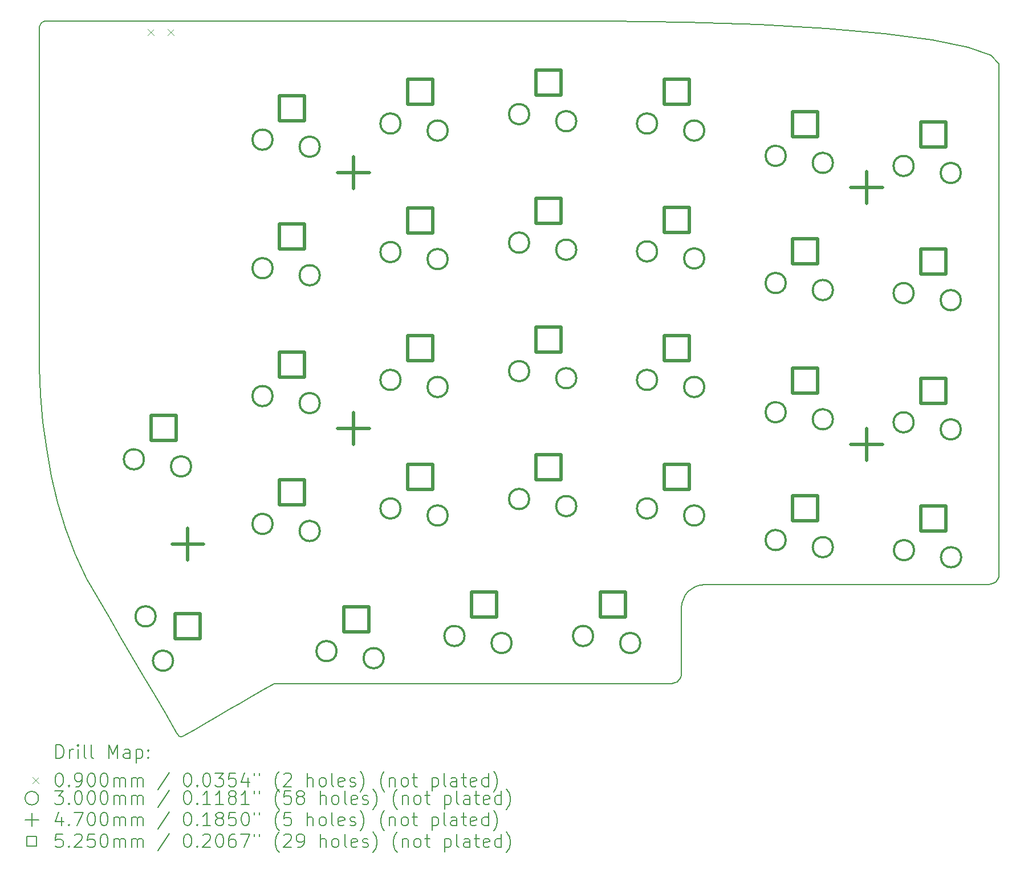
<source format=gbr>
%TF.GenerationSoftware,KiCad,Pcbnew,7.0.10*%
%TF.CreationDate,2024-03-21T01:04:33+01:00*%
%TF.ProjectId,allium58,616c6c69-756d-4353-982e-6b696361645f,rev?*%
%TF.SameCoordinates,Original*%
%TF.FileFunction,Drillmap*%
%TF.FilePolarity,Positive*%
%FSLAX45Y45*%
G04 Gerber Fmt 4.5, Leading zero omitted, Abs format (unit mm)*
G04 Created by KiCad (PCBNEW 7.0.10) date 2024-03-21 01:04:33*
%MOMM*%
%LPD*%
G01*
G04 APERTURE LIST*
%ADD10C,0.200000*%
%ADD11C,0.100000*%
%ADD12C,0.300000*%
%ADD13C,0.470000*%
%ADD14C,0.525000*%
G04 APERTURE END LIST*
D10*
X9439604Y-3708676D02*
X8398821Y-3708676D01*
X22426249Y-12075929D02*
X22396000Y-12078973D01*
X10948384Y-14036134D02*
X11115954Y-13939120D01*
X8377646Y-3710807D02*
X8398821Y-3708676D01*
X17831935Y-13159797D02*
X17831935Y-13281601D01*
X11115954Y-13939120D02*
X11283523Y-13842106D01*
X17831935Y-12672581D02*
X17831935Y-12794385D01*
X8999287Y-11998842D02*
X9166856Y-12285474D01*
X18708693Y-12078973D02*
X19235451Y-12078973D01*
X8324557Y-3739412D02*
X8340094Y-3726596D01*
X19762209Y-12078973D02*
X20288967Y-12078973D01*
X18991954Y-3758537D02*
X17898956Y-3721565D01*
X10428886Y-14335728D02*
X10445676Y-14327176D01*
X8293753Y-8228530D02*
X8293753Y-7597836D01*
X14643521Y-3708676D02*
X13602738Y-3708676D01*
X18111352Y-12086078D02*
X18181935Y-12078973D01*
X10413021Y-14340447D02*
X10428886Y-14335728D01*
X22546000Y-4343676D02*
X22427847Y-4215619D01*
X18045633Y-12106456D02*
X18111352Y-12086078D01*
X17986177Y-12138706D02*
X18045633Y-12106456D01*
X10613245Y-14230162D02*
X10780815Y-14133148D01*
X11786317Y-13551166D02*
X12523269Y-13551166D01*
X8311741Y-3754949D02*
X8324557Y-3739412D01*
X22502091Y-12035065D02*
X22479896Y-12053374D01*
X17831935Y-13401166D02*
X17828890Y-13431415D01*
X8357930Y-3716921D02*
X8377646Y-3710807D01*
X14734126Y-13551166D02*
X15471078Y-13551166D01*
X21342484Y-12078973D02*
X21869242Y-12078973D01*
X22546000Y-10980811D02*
X22546000Y-11928973D01*
X22454415Y-12067195D02*
X22426249Y-12075929D01*
X9166856Y-12285474D02*
X9334426Y-12572106D01*
X22546000Y-11928973D02*
X22542955Y-11959223D01*
X22427847Y-4215619D02*
X22088932Y-4096385D01*
X22546000Y-5291838D02*
X22546000Y-6240000D01*
X17740350Y-13539388D02*
X17712184Y-13548121D01*
X8293753Y-4444370D02*
X8293753Y-3813676D01*
X12561954Y-3708676D02*
X11521171Y-3708676D01*
X17828890Y-13431415D02*
X17820157Y-13459581D01*
X16725088Y-3708676D02*
X15684305Y-3708676D01*
X17788026Y-13507257D02*
X17765831Y-13525566D01*
X16944983Y-13551166D02*
X17681935Y-13551166D01*
X13602738Y-3708676D02*
X12561954Y-3708676D01*
X15684305Y-3708676D02*
X14643521Y-3708676D01*
X17820157Y-13459581D02*
X17806335Y-13485062D01*
X10780815Y-14133148D02*
X10948384Y-14036134D01*
X8349030Y-9665766D02*
X8402097Y-10069083D01*
X21552570Y-3988516D02*
X20842076Y-3894556D01*
X11451092Y-13745092D02*
X11618662Y-13648078D01*
X8293753Y-6336449D02*
X8293753Y-5705756D01*
X18181935Y-12078973D02*
X18708693Y-12078973D01*
X17831935Y-13281601D02*
X17831935Y-13401166D01*
X22546000Y-4343676D02*
X22546000Y-5291838D01*
X11521171Y-3708676D02*
X10480388Y-3708676D01*
X22546000Y-7188162D02*
X22546000Y-8136324D01*
X11283523Y-13842106D02*
X11451092Y-13745092D01*
X17891668Y-12233216D02*
X17934388Y-12181427D01*
X8293753Y-7597836D02*
X8293753Y-6967143D01*
X22542955Y-11959223D02*
X22534222Y-11987389D01*
X8302066Y-3772785D02*
X8311741Y-3754949D01*
X9501995Y-12858738D02*
X9669565Y-13145370D01*
X9837134Y-13432002D02*
X10004704Y-13718634D01*
X10480388Y-3708676D02*
X9439604Y-3708676D01*
X13997174Y-13551166D02*
X14734126Y-13551166D01*
X17839039Y-12358391D02*
X17859417Y-12292671D01*
X22546000Y-6240000D02*
X22546000Y-7188162D01*
X17806335Y-13485062D02*
X17788026Y-13507257D01*
X9334426Y-12572106D02*
X9501995Y-12858738D01*
X17831935Y-12428973D02*
X17831935Y-12550777D01*
X8474708Y-10469525D02*
X8568800Y-10864913D01*
X22479896Y-12053374D02*
X22454415Y-12067195D01*
X20288967Y-12078973D02*
X20815726Y-12078973D01*
X17831935Y-12916189D02*
X17831935Y-13037993D01*
X10384247Y-14338644D02*
X10398125Y-14341397D01*
X20842076Y-3894556D02*
X19980765Y-3817049D01*
X22520400Y-12012870D02*
X22502091Y-12035065D01*
X10349184Y-14308815D02*
X10359730Y-14322288D01*
X8340094Y-3726596D02*
X8357930Y-3716921D01*
X16208030Y-13551166D02*
X16944983Y-13551166D01*
X10445676Y-14327176D02*
X10613245Y-14230162D01*
X19980765Y-3817049D02*
X18991954Y-3758537D01*
X22534222Y-11987389D02*
X22520400Y-12012870D01*
X8402097Y-10069083D02*
X8474708Y-10469525D01*
X21869242Y-12078973D02*
X22396000Y-12078973D01*
X10004704Y-13718634D02*
X10172273Y-14005266D01*
X11618662Y-13648078D02*
X11786231Y-13551064D01*
X22088932Y-4096385D02*
X21552570Y-3988516D01*
X9669565Y-13145370D02*
X9837134Y-13432002D01*
X22546000Y-8136324D02*
X22546000Y-9084487D01*
X17831935Y-12550777D02*
X17831935Y-12672581D01*
X8295952Y-3792501D02*
X8302066Y-3772785D01*
X8568800Y-10864913D02*
X8686311Y-11253067D01*
X17859417Y-12292671D02*
X17891668Y-12233216D01*
X19235451Y-12078973D02*
X19762209Y-12078973D01*
X10339843Y-14291898D02*
X10349184Y-14308815D01*
X8293821Y-3813676D02*
X8295952Y-3792501D01*
X8829176Y-11631807D02*
X8999333Y-11998954D01*
X8313569Y-9261756D02*
X8349030Y-9665766D01*
X17831935Y-12428973D02*
X17839039Y-12358391D01*
X17765831Y-13525566D02*
X17740350Y-13539388D01*
X8293753Y-6967143D02*
X8293753Y-6336449D01*
X8293753Y-5705756D02*
X8293753Y-5075063D01*
X10172273Y-14005266D02*
X10339843Y-14291898D01*
X10359730Y-14322288D02*
X10371433Y-14332253D01*
X17831935Y-12794385D02*
X17831935Y-12916189D01*
X22546000Y-10032649D02*
X22546000Y-10980811D01*
X8293753Y-8859223D02*
X8293753Y-8228530D01*
X17831935Y-13037993D02*
X17831935Y-13159797D01*
X10371433Y-14332253D02*
X10384247Y-14338644D01*
X17898956Y-3721565D02*
X16725088Y-3708676D01*
X8293753Y-5075063D02*
X8293753Y-4444370D01*
X17934388Y-12181427D02*
X17986177Y-12138706D01*
X20815726Y-12078973D02*
X21342484Y-12078973D01*
X13260222Y-13551166D02*
X13997174Y-13551166D01*
X15471078Y-13551166D02*
X16208030Y-13551166D01*
X12523269Y-13551166D02*
X13260222Y-13551166D01*
X22546000Y-9084487D02*
X22546000Y-10032649D01*
X17712184Y-13548121D02*
X17681935Y-13551166D01*
X8293778Y-8859232D02*
X8313569Y-9261756D01*
X10398125Y-14341397D02*
X10413021Y-14340447D01*
X8686311Y-11253067D02*
X8829176Y-11631807D01*
D11*
X9905000Y-3830300D02*
X9995000Y-3920300D01*
X9995000Y-3830300D02*
X9905000Y-3920300D01*
X10205000Y-3830300D02*
X10295000Y-3920300D01*
X10295000Y-3830300D02*
X10205000Y-3920300D01*
D12*
X9850000Y-10220000D02*
G75*
G03*
X9550000Y-10220000I-150000J0D01*
G01*
X9550000Y-10220000D02*
G75*
G03*
X9850000Y-10220000I150000J0D01*
G01*
X10022968Y-12553949D02*
G75*
G03*
X9722968Y-12553949I-150000J0D01*
G01*
X9722968Y-12553949D02*
G75*
G03*
X10022968Y-12553949I150000J0D01*
G01*
X10282035Y-13212667D02*
G75*
G03*
X9982035Y-13212667I-150000J0D01*
G01*
X9982035Y-13212667D02*
G75*
G03*
X10282035Y-13212667I150000J0D01*
G01*
X10550000Y-10325000D02*
G75*
G03*
X10250000Y-10325000I-150000J0D01*
G01*
X10250000Y-10325000D02*
G75*
G03*
X10550000Y-10325000I150000J0D01*
G01*
X11760000Y-5470000D02*
G75*
G03*
X11460000Y-5470000I-150000J0D01*
G01*
X11460000Y-5470000D02*
G75*
G03*
X11760000Y-5470000I150000J0D01*
G01*
X11760000Y-7380000D02*
G75*
G03*
X11460000Y-7380000I-150000J0D01*
G01*
X11460000Y-7380000D02*
G75*
G03*
X11760000Y-7380000I150000J0D01*
G01*
X11760000Y-9280000D02*
G75*
G03*
X11460000Y-9280000I-150000J0D01*
G01*
X11460000Y-9280000D02*
G75*
G03*
X11760000Y-9280000I150000J0D01*
G01*
X11760000Y-11180000D02*
G75*
G03*
X11460000Y-11180000I-150000J0D01*
G01*
X11460000Y-11180000D02*
G75*
G03*
X11760000Y-11180000I150000J0D01*
G01*
X12460000Y-5575000D02*
G75*
G03*
X12160000Y-5575000I-150000J0D01*
G01*
X12160000Y-5575000D02*
G75*
G03*
X12460000Y-5575000I150000J0D01*
G01*
X12460000Y-7485000D02*
G75*
G03*
X12160000Y-7485000I-150000J0D01*
G01*
X12160000Y-7485000D02*
G75*
G03*
X12460000Y-7485000I150000J0D01*
G01*
X12460000Y-9385000D02*
G75*
G03*
X12160000Y-9385000I-150000J0D01*
G01*
X12160000Y-9385000D02*
G75*
G03*
X12460000Y-9385000I150000J0D01*
G01*
X12460000Y-11285000D02*
G75*
G03*
X12160000Y-11285000I-150000J0D01*
G01*
X12160000Y-11285000D02*
G75*
G03*
X12460000Y-11285000I150000J0D01*
G01*
X12710000Y-13070000D02*
G75*
G03*
X12410000Y-13070000I-150000J0D01*
G01*
X12410000Y-13070000D02*
G75*
G03*
X12710000Y-13070000I150000J0D01*
G01*
X13410000Y-13175000D02*
G75*
G03*
X13110000Y-13175000I-150000J0D01*
G01*
X13110000Y-13175000D02*
G75*
G03*
X13410000Y-13175000I150000J0D01*
G01*
X13660000Y-5230000D02*
G75*
G03*
X13360000Y-5230000I-150000J0D01*
G01*
X13360000Y-5230000D02*
G75*
G03*
X13660000Y-5230000I150000J0D01*
G01*
X13660000Y-7140000D02*
G75*
G03*
X13360000Y-7140000I-150000J0D01*
G01*
X13360000Y-7140000D02*
G75*
G03*
X13660000Y-7140000I150000J0D01*
G01*
X13660000Y-9040000D02*
G75*
G03*
X13360000Y-9040000I-150000J0D01*
G01*
X13360000Y-9040000D02*
G75*
G03*
X13660000Y-9040000I150000J0D01*
G01*
X13660000Y-10950000D02*
G75*
G03*
X13360000Y-10950000I-150000J0D01*
G01*
X13360000Y-10950000D02*
G75*
G03*
X13660000Y-10950000I150000J0D01*
G01*
X14360000Y-5335000D02*
G75*
G03*
X14060000Y-5335000I-150000J0D01*
G01*
X14060000Y-5335000D02*
G75*
G03*
X14360000Y-5335000I150000J0D01*
G01*
X14360000Y-7245000D02*
G75*
G03*
X14060000Y-7245000I-150000J0D01*
G01*
X14060000Y-7245000D02*
G75*
G03*
X14360000Y-7245000I150000J0D01*
G01*
X14360000Y-9145000D02*
G75*
G03*
X14060000Y-9145000I-150000J0D01*
G01*
X14060000Y-9145000D02*
G75*
G03*
X14360000Y-9145000I150000J0D01*
G01*
X14360000Y-11055000D02*
G75*
G03*
X14060000Y-11055000I-150000J0D01*
G01*
X14060000Y-11055000D02*
G75*
G03*
X14360000Y-11055000I150000J0D01*
G01*
X14610000Y-12845000D02*
G75*
G03*
X14310000Y-12845000I-150000J0D01*
G01*
X14310000Y-12845000D02*
G75*
G03*
X14610000Y-12845000I150000J0D01*
G01*
X15310000Y-12950000D02*
G75*
G03*
X15010000Y-12950000I-150000J0D01*
G01*
X15010000Y-12950000D02*
G75*
G03*
X15310000Y-12950000I150000J0D01*
G01*
X15570000Y-5091000D02*
G75*
G03*
X15270000Y-5091000I-150000J0D01*
G01*
X15270000Y-5091000D02*
G75*
G03*
X15570000Y-5091000I150000J0D01*
G01*
X15570000Y-7000000D02*
G75*
G03*
X15270000Y-7000000I-150000J0D01*
G01*
X15270000Y-7000000D02*
G75*
G03*
X15570000Y-7000000I150000J0D01*
G01*
X15570000Y-8910000D02*
G75*
G03*
X15270000Y-8910000I-150000J0D01*
G01*
X15270000Y-8910000D02*
G75*
G03*
X15570000Y-8910000I150000J0D01*
G01*
X15570000Y-10810000D02*
G75*
G03*
X15270000Y-10810000I-150000J0D01*
G01*
X15270000Y-10810000D02*
G75*
G03*
X15570000Y-10810000I150000J0D01*
G01*
X16270000Y-5196000D02*
G75*
G03*
X15970000Y-5196000I-150000J0D01*
G01*
X15970000Y-5196000D02*
G75*
G03*
X16270000Y-5196000I150000J0D01*
G01*
X16270000Y-7105000D02*
G75*
G03*
X15970000Y-7105000I-150000J0D01*
G01*
X15970000Y-7105000D02*
G75*
G03*
X16270000Y-7105000I150000J0D01*
G01*
X16270000Y-9015000D02*
G75*
G03*
X15970000Y-9015000I-150000J0D01*
G01*
X15970000Y-9015000D02*
G75*
G03*
X16270000Y-9015000I150000J0D01*
G01*
X16270000Y-10915000D02*
G75*
G03*
X15970000Y-10915000I-150000J0D01*
G01*
X15970000Y-10915000D02*
G75*
G03*
X16270000Y-10915000I150000J0D01*
G01*
X16520000Y-12845000D02*
G75*
G03*
X16220000Y-12845000I-150000J0D01*
G01*
X16220000Y-12845000D02*
G75*
G03*
X16520000Y-12845000I150000J0D01*
G01*
X17220000Y-12950000D02*
G75*
G03*
X16920000Y-12950000I-150000J0D01*
G01*
X16920000Y-12950000D02*
G75*
G03*
X17220000Y-12950000I150000J0D01*
G01*
X17470000Y-5230000D02*
G75*
G03*
X17170000Y-5230000I-150000J0D01*
G01*
X17170000Y-5230000D02*
G75*
G03*
X17470000Y-5230000I150000J0D01*
G01*
X17470000Y-7130000D02*
G75*
G03*
X17170000Y-7130000I-150000J0D01*
G01*
X17170000Y-7130000D02*
G75*
G03*
X17470000Y-7130000I150000J0D01*
G01*
X17470000Y-9040000D02*
G75*
G03*
X17170000Y-9040000I-150000J0D01*
G01*
X17170000Y-9040000D02*
G75*
G03*
X17470000Y-9040000I150000J0D01*
G01*
X17470000Y-10950000D02*
G75*
G03*
X17170000Y-10950000I-150000J0D01*
G01*
X17170000Y-10950000D02*
G75*
G03*
X17470000Y-10950000I150000J0D01*
G01*
X18170000Y-5335000D02*
G75*
G03*
X17870000Y-5335000I-150000J0D01*
G01*
X17870000Y-5335000D02*
G75*
G03*
X18170000Y-5335000I150000J0D01*
G01*
X18170000Y-7235000D02*
G75*
G03*
X17870000Y-7235000I-150000J0D01*
G01*
X17870000Y-7235000D02*
G75*
G03*
X18170000Y-7235000I150000J0D01*
G01*
X18170000Y-9145000D02*
G75*
G03*
X17870000Y-9145000I-150000J0D01*
G01*
X17870000Y-9145000D02*
G75*
G03*
X18170000Y-9145000I150000J0D01*
G01*
X18170000Y-11055000D02*
G75*
G03*
X17870000Y-11055000I-150000J0D01*
G01*
X17870000Y-11055000D02*
G75*
G03*
X18170000Y-11055000I150000J0D01*
G01*
X19380000Y-5710000D02*
G75*
G03*
X19080000Y-5710000I-150000J0D01*
G01*
X19080000Y-5710000D02*
G75*
G03*
X19380000Y-5710000I150000J0D01*
G01*
X19380000Y-7600000D02*
G75*
G03*
X19080000Y-7600000I-150000J0D01*
G01*
X19080000Y-7600000D02*
G75*
G03*
X19380000Y-7600000I150000J0D01*
G01*
X19380000Y-9520000D02*
G75*
G03*
X19080000Y-9520000I-150000J0D01*
G01*
X19080000Y-9520000D02*
G75*
G03*
X19380000Y-9520000I150000J0D01*
G01*
X19380000Y-11420000D02*
G75*
G03*
X19080000Y-11420000I-150000J0D01*
G01*
X19080000Y-11420000D02*
G75*
G03*
X19380000Y-11420000I150000J0D01*
G01*
X20080000Y-5815000D02*
G75*
G03*
X19780000Y-5815000I-150000J0D01*
G01*
X19780000Y-5815000D02*
G75*
G03*
X20080000Y-5815000I150000J0D01*
G01*
X20080000Y-7705000D02*
G75*
G03*
X19780000Y-7705000I-150000J0D01*
G01*
X19780000Y-7705000D02*
G75*
G03*
X20080000Y-7705000I150000J0D01*
G01*
X20080000Y-9625000D02*
G75*
G03*
X19780000Y-9625000I-150000J0D01*
G01*
X19780000Y-9625000D02*
G75*
G03*
X20080000Y-9625000I150000J0D01*
G01*
X20080000Y-11525000D02*
G75*
G03*
X19780000Y-11525000I-150000J0D01*
G01*
X19780000Y-11525000D02*
G75*
G03*
X20080000Y-11525000I150000J0D01*
G01*
X21280000Y-5860000D02*
G75*
G03*
X20980000Y-5860000I-150000J0D01*
G01*
X20980000Y-5860000D02*
G75*
G03*
X21280000Y-5860000I150000J0D01*
G01*
X21280000Y-7750000D02*
G75*
G03*
X20980000Y-7750000I-150000J0D01*
G01*
X20980000Y-7750000D02*
G75*
G03*
X21280000Y-7750000I150000J0D01*
G01*
X21280000Y-9670000D02*
G75*
G03*
X20980000Y-9670000I-150000J0D01*
G01*
X20980000Y-9670000D02*
G75*
G03*
X21280000Y-9670000I150000J0D01*
G01*
X21285000Y-11570000D02*
G75*
G03*
X20985000Y-11570000I-150000J0D01*
G01*
X20985000Y-11570000D02*
G75*
G03*
X21285000Y-11570000I150000J0D01*
G01*
X21980000Y-5965000D02*
G75*
G03*
X21680000Y-5965000I-150000J0D01*
G01*
X21680000Y-5965000D02*
G75*
G03*
X21980000Y-5965000I150000J0D01*
G01*
X21980000Y-7855000D02*
G75*
G03*
X21680000Y-7855000I-150000J0D01*
G01*
X21680000Y-7855000D02*
G75*
G03*
X21980000Y-7855000I150000J0D01*
G01*
X21980000Y-9775000D02*
G75*
G03*
X21680000Y-9775000I-150000J0D01*
G01*
X21680000Y-9775000D02*
G75*
G03*
X21980000Y-9775000I150000J0D01*
G01*
X21985000Y-11675000D02*
G75*
G03*
X21685000Y-11675000I-150000J0D01*
G01*
X21685000Y-11675000D02*
G75*
G03*
X21985000Y-11675000I150000J0D01*
G01*
D13*
X10500000Y-11245000D02*
X10500000Y-11715000D01*
X10265000Y-11480000D02*
X10735000Y-11480000D01*
X12960000Y-5725000D02*
X12960000Y-6195000D01*
X12725000Y-5960000D02*
X13195000Y-5960000D01*
X12960000Y-9525000D02*
X12960000Y-9995000D01*
X12725000Y-9760000D02*
X13195000Y-9760000D01*
X20580000Y-5945000D02*
X20580000Y-6415000D01*
X20345000Y-6180000D02*
X20815000Y-6180000D01*
X20580000Y-9765000D02*
X20580000Y-10235000D01*
X20345000Y-10000000D02*
X20815000Y-10000000D01*
D14*
X10325617Y-9935617D02*
X10325617Y-9564383D01*
X9954383Y-9564383D01*
X9954383Y-9935617D01*
X10325617Y-9935617D01*
X10685617Y-12885617D02*
X10685617Y-12514383D01*
X10314383Y-12514383D01*
X10314383Y-12885617D01*
X10685617Y-12885617D01*
X12235617Y-5185617D02*
X12235617Y-4814383D01*
X11864383Y-4814383D01*
X11864383Y-5185617D01*
X12235617Y-5185617D01*
X12235617Y-7095617D02*
X12235617Y-6724383D01*
X11864383Y-6724383D01*
X11864383Y-7095617D01*
X12235617Y-7095617D01*
X12235617Y-8995617D02*
X12235617Y-8624383D01*
X11864383Y-8624383D01*
X11864383Y-8995617D01*
X12235617Y-8995617D01*
X12235617Y-10895617D02*
X12235617Y-10524383D01*
X11864383Y-10524383D01*
X11864383Y-10895617D01*
X12235617Y-10895617D01*
X13185617Y-12785617D02*
X13185617Y-12414383D01*
X12814383Y-12414383D01*
X12814383Y-12785617D01*
X13185617Y-12785617D01*
X14135617Y-4945617D02*
X14135617Y-4574383D01*
X13764383Y-4574383D01*
X13764383Y-4945617D01*
X14135617Y-4945617D01*
X14135617Y-6855617D02*
X14135617Y-6484383D01*
X13764383Y-6484383D01*
X13764383Y-6855617D01*
X14135617Y-6855617D01*
X14135617Y-8755617D02*
X14135617Y-8384383D01*
X13764383Y-8384383D01*
X13764383Y-8755617D01*
X14135617Y-8755617D01*
X14135617Y-10665617D02*
X14135617Y-10294383D01*
X13764383Y-10294383D01*
X13764383Y-10665617D01*
X14135617Y-10665617D01*
X15085617Y-12560617D02*
X15085617Y-12189383D01*
X14714383Y-12189383D01*
X14714383Y-12560617D01*
X15085617Y-12560617D01*
X16045617Y-4806617D02*
X16045617Y-4435383D01*
X15674383Y-4435383D01*
X15674383Y-4806617D01*
X16045617Y-4806617D01*
X16045617Y-6715617D02*
X16045617Y-6344383D01*
X15674383Y-6344383D01*
X15674383Y-6715617D01*
X16045617Y-6715617D01*
X16045617Y-8625617D02*
X16045617Y-8254383D01*
X15674383Y-8254383D01*
X15674383Y-8625617D01*
X16045617Y-8625617D01*
X16045617Y-10525617D02*
X16045617Y-10154383D01*
X15674383Y-10154383D01*
X15674383Y-10525617D01*
X16045617Y-10525617D01*
X16995617Y-12560617D02*
X16995617Y-12189383D01*
X16624383Y-12189383D01*
X16624383Y-12560617D01*
X16995617Y-12560617D01*
X17945617Y-4945617D02*
X17945617Y-4574383D01*
X17574383Y-4574383D01*
X17574383Y-4945617D01*
X17945617Y-4945617D01*
X17945617Y-6845617D02*
X17945617Y-6474383D01*
X17574383Y-6474383D01*
X17574383Y-6845617D01*
X17945617Y-6845617D01*
X17945617Y-8755617D02*
X17945617Y-8384383D01*
X17574383Y-8384383D01*
X17574383Y-8755617D01*
X17945617Y-8755617D01*
X17945617Y-10665617D02*
X17945617Y-10294383D01*
X17574383Y-10294383D01*
X17574383Y-10665617D01*
X17945617Y-10665617D01*
X19855617Y-5425617D02*
X19855617Y-5054383D01*
X19484383Y-5054383D01*
X19484383Y-5425617D01*
X19855617Y-5425617D01*
X19855617Y-7315617D02*
X19855617Y-6944383D01*
X19484383Y-6944383D01*
X19484383Y-7315617D01*
X19855617Y-7315617D01*
X19855617Y-9235617D02*
X19855617Y-8864383D01*
X19484383Y-8864383D01*
X19484383Y-9235617D01*
X19855617Y-9235617D01*
X19855617Y-11135617D02*
X19855617Y-10764383D01*
X19484383Y-10764383D01*
X19484383Y-11135617D01*
X19855617Y-11135617D01*
X21755617Y-5575617D02*
X21755617Y-5204383D01*
X21384383Y-5204383D01*
X21384383Y-5575617D01*
X21755617Y-5575617D01*
X21755617Y-7465617D02*
X21755617Y-7094383D01*
X21384383Y-7094383D01*
X21384383Y-7465617D01*
X21755617Y-7465617D01*
X21755617Y-9385617D02*
X21755617Y-9014383D01*
X21384383Y-9014383D01*
X21384383Y-9385617D01*
X21755617Y-9385617D01*
X21760617Y-11285617D02*
X21760617Y-10914383D01*
X21389383Y-10914383D01*
X21389383Y-11285617D01*
X21760617Y-11285617D01*
D10*
X8544530Y-14662881D02*
X8544530Y-14462881D01*
X8544530Y-14462881D02*
X8592149Y-14462881D01*
X8592149Y-14462881D02*
X8620720Y-14472405D01*
X8620720Y-14472405D02*
X8639768Y-14491453D01*
X8639768Y-14491453D02*
X8649292Y-14510500D01*
X8649292Y-14510500D02*
X8658815Y-14548595D01*
X8658815Y-14548595D02*
X8658815Y-14577167D01*
X8658815Y-14577167D02*
X8649292Y-14615262D01*
X8649292Y-14615262D02*
X8639768Y-14634310D01*
X8639768Y-14634310D02*
X8620720Y-14653357D01*
X8620720Y-14653357D02*
X8592149Y-14662881D01*
X8592149Y-14662881D02*
X8544530Y-14662881D01*
X8744530Y-14662881D02*
X8744530Y-14529548D01*
X8744530Y-14567643D02*
X8754053Y-14548595D01*
X8754053Y-14548595D02*
X8763577Y-14539072D01*
X8763577Y-14539072D02*
X8782625Y-14529548D01*
X8782625Y-14529548D02*
X8801673Y-14529548D01*
X8868339Y-14662881D02*
X8868339Y-14529548D01*
X8868339Y-14462881D02*
X8858815Y-14472405D01*
X8858815Y-14472405D02*
X8868339Y-14481929D01*
X8868339Y-14481929D02*
X8877863Y-14472405D01*
X8877863Y-14472405D02*
X8868339Y-14462881D01*
X8868339Y-14462881D02*
X8868339Y-14481929D01*
X8992149Y-14662881D02*
X8973101Y-14653357D01*
X8973101Y-14653357D02*
X8963577Y-14634310D01*
X8963577Y-14634310D02*
X8963577Y-14462881D01*
X9096911Y-14662881D02*
X9077863Y-14653357D01*
X9077863Y-14653357D02*
X9068339Y-14634310D01*
X9068339Y-14634310D02*
X9068339Y-14462881D01*
X9325482Y-14662881D02*
X9325482Y-14462881D01*
X9325482Y-14462881D02*
X9392149Y-14605738D01*
X9392149Y-14605738D02*
X9458815Y-14462881D01*
X9458815Y-14462881D02*
X9458815Y-14662881D01*
X9639768Y-14662881D02*
X9639768Y-14558119D01*
X9639768Y-14558119D02*
X9630244Y-14539072D01*
X9630244Y-14539072D02*
X9611196Y-14529548D01*
X9611196Y-14529548D02*
X9573101Y-14529548D01*
X9573101Y-14529548D02*
X9554053Y-14539072D01*
X9639768Y-14653357D02*
X9620720Y-14662881D01*
X9620720Y-14662881D02*
X9573101Y-14662881D01*
X9573101Y-14662881D02*
X9554053Y-14653357D01*
X9554053Y-14653357D02*
X9544530Y-14634310D01*
X9544530Y-14634310D02*
X9544530Y-14615262D01*
X9544530Y-14615262D02*
X9554053Y-14596214D01*
X9554053Y-14596214D02*
X9573101Y-14586691D01*
X9573101Y-14586691D02*
X9620720Y-14586691D01*
X9620720Y-14586691D02*
X9639768Y-14577167D01*
X9735006Y-14529548D02*
X9735006Y-14729548D01*
X9735006Y-14539072D02*
X9754053Y-14529548D01*
X9754053Y-14529548D02*
X9792149Y-14529548D01*
X9792149Y-14529548D02*
X9811196Y-14539072D01*
X9811196Y-14539072D02*
X9820720Y-14548595D01*
X9820720Y-14548595D02*
X9830244Y-14567643D01*
X9830244Y-14567643D02*
X9830244Y-14624786D01*
X9830244Y-14624786D02*
X9820720Y-14643833D01*
X9820720Y-14643833D02*
X9811196Y-14653357D01*
X9811196Y-14653357D02*
X9792149Y-14662881D01*
X9792149Y-14662881D02*
X9754053Y-14662881D01*
X9754053Y-14662881D02*
X9735006Y-14653357D01*
X9915958Y-14643833D02*
X9925482Y-14653357D01*
X9925482Y-14653357D02*
X9915958Y-14662881D01*
X9915958Y-14662881D02*
X9906434Y-14653357D01*
X9906434Y-14653357D02*
X9915958Y-14643833D01*
X9915958Y-14643833D02*
X9915958Y-14662881D01*
X9915958Y-14539072D02*
X9925482Y-14548595D01*
X9925482Y-14548595D02*
X9915958Y-14558119D01*
X9915958Y-14558119D02*
X9906434Y-14548595D01*
X9906434Y-14548595D02*
X9915958Y-14539072D01*
X9915958Y-14539072D02*
X9915958Y-14558119D01*
D11*
X8193753Y-14946397D02*
X8283753Y-15036397D01*
X8283753Y-14946397D02*
X8193753Y-15036397D01*
D10*
X8582625Y-14882881D02*
X8601673Y-14882881D01*
X8601673Y-14882881D02*
X8620720Y-14892405D01*
X8620720Y-14892405D02*
X8630244Y-14901929D01*
X8630244Y-14901929D02*
X8639768Y-14920976D01*
X8639768Y-14920976D02*
X8649292Y-14959072D01*
X8649292Y-14959072D02*
X8649292Y-15006691D01*
X8649292Y-15006691D02*
X8639768Y-15044786D01*
X8639768Y-15044786D02*
X8630244Y-15063833D01*
X8630244Y-15063833D02*
X8620720Y-15073357D01*
X8620720Y-15073357D02*
X8601673Y-15082881D01*
X8601673Y-15082881D02*
X8582625Y-15082881D01*
X8582625Y-15082881D02*
X8563577Y-15073357D01*
X8563577Y-15073357D02*
X8554053Y-15063833D01*
X8554053Y-15063833D02*
X8544530Y-15044786D01*
X8544530Y-15044786D02*
X8535006Y-15006691D01*
X8535006Y-15006691D02*
X8535006Y-14959072D01*
X8535006Y-14959072D02*
X8544530Y-14920976D01*
X8544530Y-14920976D02*
X8554053Y-14901929D01*
X8554053Y-14901929D02*
X8563577Y-14892405D01*
X8563577Y-14892405D02*
X8582625Y-14882881D01*
X8735006Y-15063833D02*
X8744530Y-15073357D01*
X8744530Y-15073357D02*
X8735006Y-15082881D01*
X8735006Y-15082881D02*
X8725482Y-15073357D01*
X8725482Y-15073357D02*
X8735006Y-15063833D01*
X8735006Y-15063833D02*
X8735006Y-15082881D01*
X8839768Y-15082881D02*
X8877863Y-15082881D01*
X8877863Y-15082881D02*
X8896911Y-15073357D01*
X8896911Y-15073357D02*
X8906434Y-15063833D01*
X8906434Y-15063833D02*
X8925482Y-15035262D01*
X8925482Y-15035262D02*
X8935006Y-14997167D01*
X8935006Y-14997167D02*
X8935006Y-14920976D01*
X8935006Y-14920976D02*
X8925482Y-14901929D01*
X8925482Y-14901929D02*
X8915958Y-14892405D01*
X8915958Y-14892405D02*
X8896911Y-14882881D01*
X8896911Y-14882881D02*
X8858815Y-14882881D01*
X8858815Y-14882881D02*
X8839768Y-14892405D01*
X8839768Y-14892405D02*
X8830244Y-14901929D01*
X8830244Y-14901929D02*
X8820720Y-14920976D01*
X8820720Y-14920976D02*
X8820720Y-14968595D01*
X8820720Y-14968595D02*
X8830244Y-14987643D01*
X8830244Y-14987643D02*
X8839768Y-14997167D01*
X8839768Y-14997167D02*
X8858815Y-15006691D01*
X8858815Y-15006691D02*
X8896911Y-15006691D01*
X8896911Y-15006691D02*
X8915958Y-14997167D01*
X8915958Y-14997167D02*
X8925482Y-14987643D01*
X8925482Y-14987643D02*
X8935006Y-14968595D01*
X9058815Y-14882881D02*
X9077863Y-14882881D01*
X9077863Y-14882881D02*
X9096911Y-14892405D01*
X9096911Y-14892405D02*
X9106434Y-14901929D01*
X9106434Y-14901929D02*
X9115958Y-14920976D01*
X9115958Y-14920976D02*
X9125482Y-14959072D01*
X9125482Y-14959072D02*
X9125482Y-15006691D01*
X9125482Y-15006691D02*
X9115958Y-15044786D01*
X9115958Y-15044786D02*
X9106434Y-15063833D01*
X9106434Y-15063833D02*
X9096911Y-15073357D01*
X9096911Y-15073357D02*
X9077863Y-15082881D01*
X9077863Y-15082881D02*
X9058815Y-15082881D01*
X9058815Y-15082881D02*
X9039768Y-15073357D01*
X9039768Y-15073357D02*
X9030244Y-15063833D01*
X9030244Y-15063833D02*
X9020720Y-15044786D01*
X9020720Y-15044786D02*
X9011196Y-15006691D01*
X9011196Y-15006691D02*
X9011196Y-14959072D01*
X9011196Y-14959072D02*
X9020720Y-14920976D01*
X9020720Y-14920976D02*
X9030244Y-14901929D01*
X9030244Y-14901929D02*
X9039768Y-14892405D01*
X9039768Y-14892405D02*
X9058815Y-14882881D01*
X9249292Y-14882881D02*
X9268339Y-14882881D01*
X9268339Y-14882881D02*
X9287387Y-14892405D01*
X9287387Y-14892405D02*
X9296911Y-14901929D01*
X9296911Y-14901929D02*
X9306434Y-14920976D01*
X9306434Y-14920976D02*
X9315958Y-14959072D01*
X9315958Y-14959072D02*
X9315958Y-15006691D01*
X9315958Y-15006691D02*
X9306434Y-15044786D01*
X9306434Y-15044786D02*
X9296911Y-15063833D01*
X9296911Y-15063833D02*
X9287387Y-15073357D01*
X9287387Y-15073357D02*
X9268339Y-15082881D01*
X9268339Y-15082881D02*
X9249292Y-15082881D01*
X9249292Y-15082881D02*
X9230244Y-15073357D01*
X9230244Y-15073357D02*
X9220720Y-15063833D01*
X9220720Y-15063833D02*
X9211196Y-15044786D01*
X9211196Y-15044786D02*
X9201673Y-15006691D01*
X9201673Y-15006691D02*
X9201673Y-14959072D01*
X9201673Y-14959072D02*
X9211196Y-14920976D01*
X9211196Y-14920976D02*
X9220720Y-14901929D01*
X9220720Y-14901929D02*
X9230244Y-14892405D01*
X9230244Y-14892405D02*
X9249292Y-14882881D01*
X9401673Y-15082881D02*
X9401673Y-14949548D01*
X9401673Y-14968595D02*
X9411196Y-14959072D01*
X9411196Y-14959072D02*
X9430244Y-14949548D01*
X9430244Y-14949548D02*
X9458815Y-14949548D01*
X9458815Y-14949548D02*
X9477863Y-14959072D01*
X9477863Y-14959072D02*
X9487387Y-14978119D01*
X9487387Y-14978119D02*
X9487387Y-15082881D01*
X9487387Y-14978119D02*
X9496911Y-14959072D01*
X9496911Y-14959072D02*
X9515958Y-14949548D01*
X9515958Y-14949548D02*
X9544530Y-14949548D01*
X9544530Y-14949548D02*
X9563577Y-14959072D01*
X9563577Y-14959072D02*
X9573101Y-14978119D01*
X9573101Y-14978119D02*
X9573101Y-15082881D01*
X9668339Y-15082881D02*
X9668339Y-14949548D01*
X9668339Y-14968595D02*
X9677863Y-14959072D01*
X9677863Y-14959072D02*
X9696911Y-14949548D01*
X9696911Y-14949548D02*
X9725482Y-14949548D01*
X9725482Y-14949548D02*
X9744530Y-14959072D01*
X9744530Y-14959072D02*
X9754054Y-14978119D01*
X9754054Y-14978119D02*
X9754054Y-15082881D01*
X9754054Y-14978119D02*
X9763577Y-14959072D01*
X9763577Y-14959072D02*
X9782625Y-14949548D01*
X9782625Y-14949548D02*
X9811196Y-14949548D01*
X9811196Y-14949548D02*
X9830244Y-14959072D01*
X9830244Y-14959072D02*
X9839768Y-14978119D01*
X9839768Y-14978119D02*
X9839768Y-15082881D01*
X10230244Y-14873357D02*
X10058816Y-15130500D01*
X10487387Y-14882881D02*
X10506435Y-14882881D01*
X10506435Y-14882881D02*
X10525482Y-14892405D01*
X10525482Y-14892405D02*
X10535006Y-14901929D01*
X10535006Y-14901929D02*
X10544530Y-14920976D01*
X10544530Y-14920976D02*
X10554054Y-14959072D01*
X10554054Y-14959072D02*
X10554054Y-15006691D01*
X10554054Y-15006691D02*
X10544530Y-15044786D01*
X10544530Y-15044786D02*
X10535006Y-15063833D01*
X10535006Y-15063833D02*
X10525482Y-15073357D01*
X10525482Y-15073357D02*
X10506435Y-15082881D01*
X10506435Y-15082881D02*
X10487387Y-15082881D01*
X10487387Y-15082881D02*
X10468339Y-15073357D01*
X10468339Y-15073357D02*
X10458816Y-15063833D01*
X10458816Y-15063833D02*
X10449292Y-15044786D01*
X10449292Y-15044786D02*
X10439768Y-15006691D01*
X10439768Y-15006691D02*
X10439768Y-14959072D01*
X10439768Y-14959072D02*
X10449292Y-14920976D01*
X10449292Y-14920976D02*
X10458816Y-14901929D01*
X10458816Y-14901929D02*
X10468339Y-14892405D01*
X10468339Y-14892405D02*
X10487387Y-14882881D01*
X10639768Y-15063833D02*
X10649292Y-15073357D01*
X10649292Y-15073357D02*
X10639768Y-15082881D01*
X10639768Y-15082881D02*
X10630244Y-15073357D01*
X10630244Y-15073357D02*
X10639768Y-15063833D01*
X10639768Y-15063833D02*
X10639768Y-15082881D01*
X10773101Y-14882881D02*
X10792149Y-14882881D01*
X10792149Y-14882881D02*
X10811197Y-14892405D01*
X10811197Y-14892405D02*
X10820720Y-14901929D01*
X10820720Y-14901929D02*
X10830244Y-14920976D01*
X10830244Y-14920976D02*
X10839768Y-14959072D01*
X10839768Y-14959072D02*
X10839768Y-15006691D01*
X10839768Y-15006691D02*
X10830244Y-15044786D01*
X10830244Y-15044786D02*
X10820720Y-15063833D01*
X10820720Y-15063833D02*
X10811197Y-15073357D01*
X10811197Y-15073357D02*
X10792149Y-15082881D01*
X10792149Y-15082881D02*
X10773101Y-15082881D01*
X10773101Y-15082881D02*
X10754054Y-15073357D01*
X10754054Y-15073357D02*
X10744530Y-15063833D01*
X10744530Y-15063833D02*
X10735006Y-15044786D01*
X10735006Y-15044786D02*
X10725482Y-15006691D01*
X10725482Y-15006691D02*
X10725482Y-14959072D01*
X10725482Y-14959072D02*
X10735006Y-14920976D01*
X10735006Y-14920976D02*
X10744530Y-14901929D01*
X10744530Y-14901929D02*
X10754054Y-14892405D01*
X10754054Y-14892405D02*
X10773101Y-14882881D01*
X10906435Y-14882881D02*
X11030244Y-14882881D01*
X11030244Y-14882881D02*
X10963577Y-14959072D01*
X10963577Y-14959072D02*
X10992149Y-14959072D01*
X10992149Y-14959072D02*
X11011197Y-14968595D01*
X11011197Y-14968595D02*
X11020720Y-14978119D01*
X11020720Y-14978119D02*
X11030244Y-14997167D01*
X11030244Y-14997167D02*
X11030244Y-15044786D01*
X11030244Y-15044786D02*
X11020720Y-15063833D01*
X11020720Y-15063833D02*
X11011197Y-15073357D01*
X11011197Y-15073357D02*
X10992149Y-15082881D01*
X10992149Y-15082881D02*
X10935006Y-15082881D01*
X10935006Y-15082881D02*
X10915958Y-15073357D01*
X10915958Y-15073357D02*
X10906435Y-15063833D01*
X11211196Y-14882881D02*
X11115958Y-14882881D01*
X11115958Y-14882881D02*
X11106435Y-14978119D01*
X11106435Y-14978119D02*
X11115958Y-14968595D01*
X11115958Y-14968595D02*
X11135006Y-14959072D01*
X11135006Y-14959072D02*
X11182625Y-14959072D01*
X11182625Y-14959072D02*
X11201673Y-14968595D01*
X11201673Y-14968595D02*
X11211196Y-14978119D01*
X11211196Y-14978119D02*
X11220720Y-14997167D01*
X11220720Y-14997167D02*
X11220720Y-15044786D01*
X11220720Y-15044786D02*
X11211196Y-15063833D01*
X11211196Y-15063833D02*
X11201673Y-15073357D01*
X11201673Y-15073357D02*
X11182625Y-15082881D01*
X11182625Y-15082881D02*
X11135006Y-15082881D01*
X11135006Y-15082881D02*
X11115958Y-15073357D01*
X11115958Y-15073357D02*
X11106435Y-15063833D01*
X11392149Y-14949548D02*
X11392149Y-15082881D01*
X11344530Y-14873357D02*
X11296911Y-15016214D01*
X11296911Y-15016214D02*
X11420720Y-15016214D01*
X11487387Y-14882881D02*
X11487387Y-14920976D01*
X11563577Y-14882881D02*
X11563577Y-14920976D01*
X11858816Y-15159072D02*
X11849292Y-15149548D01*
X11849292Y-15149548D02*
X11830244Y-15120976D01*
X11830244Y-15120976D02*
X11820720Y-15101929D01*
X11820720Y-15101929D02*
X11811197Y-15073357D01*
X11811197Y-15073357D02*
X11801673Y-15025738D01*
X11801673Y-15025738D02*
X11801673Y-14987643D01*
X11801673Y-14987643D02*
X11811197Y-14940024D01*
X11811197Y-14940024D02*
X11820720Y-14911453D01*
X11820720Y-14911453D02*
X11830244Y-14892405D01*
X11830244Y-14892405D02*
X11849292Y-14863833D01*
X11849292Y-14863833D02*
X11858816Y-14854310D01*
X11925482Y-14901929D02*
X11935006Y-14892405D01*
X11935006Y-14892405D02*
X11954054Y-14882881D01*
X11954054Y-14882881D02*
X12001673Y-14882881D01*
X12001673Y-14882881D02*
X12020720Y-14892405D01*
X12020720Y-14892405D02*
X12030244Y-14901929D01*
X12030244Y-14901929D02*
X12039768Y-14920976D01*
X12039768Y-14920976D02*
X12039768Y-14940024D01*
X12039768Y-14940024D02*
X12030244Y-14968595D01*
X12030244Y-14968595D02*
X11915958Y-15082881D01*
X11915958Y-15082881D02*
X12039768Y-15082881D01*
X12277863Y-15082881D02*
X12277863Y-14882881D01*
X12363578Y-15082881D02*
X12363578Y-14978119D01*
X12363578Y-14978119D02*
X12354054Y-14959072D01*
X12354054Y-14959072D02*
X12335006Y-14949548D01*
X12335006Y-14949548D02*
X12306435Y-14949548D01*
X12306435Y-14949548D02*
X12287387Y-14959072D01*
X12287387Y-14959072D02*
X12277863Y-14968595D01*
X12487387Y-15082881D02*
X12468339Y-15073357D01*
X12468339Y-15073357D02*
X12458816Y-15063833D01*
X12458816Y-15063833D02*
X12449292Y-15044786D01*
X12449292Y-15044786D02*
X12449292Y-14987643D01*
X12449292Y-14987643D02*
X12458816Y-14968595D01*
X12458816Y-14968595D02*
X12468339Y-14959072D01*
X12468339Y-14959072D02*
X12487387Y-14949548D01*
X12487387Y-14949548D02*
X12515959Y-14949548D01*
X12515959Y-14949548D02*
X12535006Y-14959072D01*
X12535006Y-14959072D02*
X12544530Y-14968595D01*
X12544530Y-14968595D02*
X12554054Y-14987643D01*
X12554054Y-14987643D02*
X12554054Y-15044786D01*
X12554054Y-15044786D02*
X12544530Y-15063833D01*
X12544530Y-15063833D02*
X12535006Y-15073357D01*
X12535006Y-15073357D02*
X12515959Y-15082881D01*
X12515959Y-15082881D02*
X12487387Y-15082881D01*
X12668339Y-15082881D02*
X12649292Y-15073357D01*
X12649292Y-15073357D02*
X12639768Y-15054310D01*
X12639768Y-15054310D02*
X12639768Y-14882881D01*
X12820720Y-15073357D02*
X12801673Y-15082881D01*
X12801673Y-15082881D02*
X12763578Y-15082881D01*
X12763578Y-15082881D02*
X12744530Y-15073357D01*
X12744530Y-15073357D02*
X12735006Y-15054310D01*
X12735006Y-15054310D02*
X12735006Y-14978119D01*
X12735006Y-14978119D02*
X12744530Y-14959072D01*
X12744530Y-14959072D02*
X12763578Y-14949548D01*
X12763578Y-14949548D02*
X12801673Y-14949548D01*
X12801673Y-14949548D02*
X12820720Y-14959072D01*
X12820720Y-14959072D02*
X12830244Y-14978119D01*
X12830244Y-14978119D02*
X12830244Y-14997167D01*
X12830244Y-14997167D02*
X12735006Y-15016214D01*
X12906435Y-15073357D02*
X12925482Y-15082881D01*
X12925482Y-15082881D02*
X12963578Y-15082881D01*
X12963578Y-15082881D02*
X12982625Y-15073357D01*
X12982625Y-15073357D02*
X12992149Y-15054310D01*
X12992149Y-15054310D02*
X12992149Y-15044786D01*
X12992149Y-15044786D02*
X12982625Y-15025738D01*
X12982625Y-15025738D02*
X12963578Y-15016214D01*
X12963578Y-15016214D02*
X12935006Y-15016214D01*
X12935006Y-15016214D02*
X12915959Y-15006691D01*
X12915959Y-15006691D02*
X12906435Y-14987643D01*
X12906435Y-14987643D02*
X12906435Y-14978119D01*
X12906435Y-14978119D02*
X12915959Y-14959072D01*
X12915959Y-14959072D02*
X12935006Y-14949548D01*
X12935006Y-14949548D02*
X12963578Y-14949548D01*
X12963578Y-14949548D02*
X12982625Y-14959072D01*
X13058816Y-15159072D02*
X13068340Y-15149548D01*
X13068340Y-15149548D02*
X13087387Y-15120976D01*
X13087387Y-15120976D02*
X13096911Y-15101929D01*
X13096911Y-15101929D02*
X13106435Y-15073357D01*
X13106435Y-15073357D02*
X13115959Y-15025738D01*
X13115959Y-15025738D02*
X13115959Y-14987643D01*
X13115959Y-14987643D02*
X13106435Y-14940024D01*
X13106435Y-14940024D02*
X13096911Y-14911453D01*
X13096911Y-14911453D02*
X13087387Y-14892405D01*
X13087387Y-14892405D02*
X13068340Y-14863833D01*
X13068340Y-14863833D02*
X13058816Y-14854310D01*
X13420721Y-15159072D02*
X13411197Y-15149548D01*
X13411197Y-15149548D02*
X13392149Y-15120976D01*
X13392149Y-15120976D02*
X13382625Y-15101929D01*
X13382625Y-15101929D02*
X13373101Y-15073357D01*
X13373101Y-15073357D02*
X13363578Y-15025738D01*
X13363578Y-15025738D02*
X13363578Y-14987643D01*
X13363578Y-14987643D02*
X13373101Y-14940024D01*
X13373101Y-14940024D02*
X13382625Y-14911453D01*
X13382625Y-14911453D02*
X13392149Y-14892405D01*
X13392149Y-14892405D02*
X13411197Y-14863833D01*
X13411197Y-14863833D02*
X13420721Y-14854310D01*
X13496911Y-14949548D02*
X13496911Y-15082881D01*
X13496911Y-14968595D02*
X13506435Y-14959072D01*
X13506435Y-14959072D02*
X13525482Y-14949548D01*
X13525482Y-14949548D02*
X13554054Y-14949548D01*
X13554054Y-14949548D02*
X13573101Y-14959072D01*
X13573101Y-14959072D02*
X13582625Y-14978119D01*
X13582625Y-14978119D02*
X13582625Y-15082881D01*
X13706435Y-15082881D02*
X13687387Y-15073357D01*
X13687387Y-15073357D02*
X13677863Y-15063833D01*
X13677863Y-15063833D02*
X13668340Y-15044786D01*
X13668340Y-15044786D02*
X13668340Y-14987643D01*
X13668340Y-14987643D02*
X13677863Y-14968595D01*
X13677863Y-14968595D02*
X13687387Y-14959072D01*
X13687387Y-14959072D02*
X13706435Y-14949548D01*
X13706435Y-14949548D02*
X13735006Y-14949548D01*
X13735006Y-14949548D02*
X13754054Y-14959072D01*
X13754054Y-14959072D02*
X13763578Y-14968595D01*
X13763578Y-14968595D02*
X13773101Y-14987643D01*
X13773101Y-14987643D02*
X13773101Y-15044786D01*
X13773101Y-15044786D02*
X13763578Y-15063833D01*
X13763578Y-15063833D02*
X13754054Y-15073357D01*
X13754054Y-15073357D02*
X13735006Y-15082881D01*
X13735006Y-15082881D02*
X13706435Y-15082881D01*
X13830244Y-14949548D02*
X13906435Y-14949548D01*
X13858816Y-14882881D02*
X13858816Y-15054310D01*
X13858816Y-15054310D02*
X13868340Y-15073357D01*
X13868340Y-15073357D02*
X13887387Y-15082881D01*
X13887387Y-15082881D02*
X13906435Y-15082881D01*
X14125482Y-14949548D02*
X14125482Y-15149548D01*
X14125482Y-14959072D02*
X14144530Y-14949548D01*
X14144530Y-14949548D02*
X14182625Y-14949548D01*
X14182625Y-14949548D02*
X14201673Y-14959072D01*
X14201673Y-14959072D02*
X14211197Y-14968595D01*
X14211197Y-14968595D02*
X14220721Y-14987643D01*
X14220721Y-14987643D02*
X14220721Y-15044786D01*
X14220721Y-15044786D02*
X14211197Y-15063833D01*
X14211197Y-15063833D02*
X14201673Y-15073357D01*
X14201673Y-15073357D02*
X14182625Y-15082881D01*
X14182625Y-15082881D02*
X14144530Y-15082881D01*
X14144530Y-15082881D02*
X14125482Y-15073357D01*
X14335006Y-15082881D02*
X14315959Y-15073357D01*
X14315959Y-15073357D02*
X14306435Y-15054310D01*
X14306435Y-15054310D02*
X14306435Y-14882881D01*
X14496911Y-15082881D02*
X14496911Y-14978119D01*
X14496911Y-14978119D02*
X14487387Y-14959072D01*
X14487387Y-14959072D02*
X14468340Y-14949548D01*
X14468340Y-14949548D02*
X14430244Y-14949548D01*
X14430244Y-14949548D02*
X14411197Y-14959072D01*
X14496911Y-15073357D02*
X14477863Y-15082881D01*
X14477863Y-15082881D02*
X14430244Y-15082881D01*
X14430244Y-15082881D02*
X14411197Y-15073357D01*
X14411197Y-15073357D02*
X14401673Y-15054310D01*
X14401673Y-15054310D02*
X14401673Y-15035262D01*
X14401673Y-15035262D02*
X14411197Y-15016214D01*
X14411197Y-15016214D02*
X14430244Y-15006691D01*
X14430244Y-15006691D02*
X14477863Y-15006691D01*
X14477863Y-15006691D02*
X14496911Y-14997167D01*
X14563578Y-14949548D02*
X14639768Y-14949548D01*
X14592149Y-14882881D02*
X14592149Y-15054310D01*
X14592149Y-15054310D02*
X14601673Y-15073357D01*
X14601673Y-15073357D02*
X14620721Y-15082881D01*
X14620721Y-15082881D02*
X14639768Y-15082881D01*
X14782625Y-15073357D02*
X14763578Y-15082881D01*
X14763578Y-15082881D02*
X14725482Y-15082881D01*
X14725482Y-15082881D02*
X14706435Y-15073357D01*
X14706435Y-15073357D02*
X14696911Y-15054310D01*
X14696911Y-15054310D02*
X14696911Y-14978119D01*
X14696911Y-14978119D02*
X14706435Y-14959072D01*
X14706435Y-14959072D02*
X14725482Y-14949548D01*
X14725482Y-14949548D02*
X14763578Y-14949548D01*
X14763578Y-14949548D02*
X14782625Y-14959072D01*
X14782625Y-14959072D02*
X14792149Y-14978119D01*
X14792149Y-14978119D02*
X14792149Y-14997167D01*
X14792149Y-14997167D02*
X14696911Y-15016214D01*
X14963578Y-15082881D02*
X14963578Y-14882881D01*
X14963578Y-15073357D02*
X14944530Y-15082881D01*
X14944530Y-15082881D02*
X14906435Y-15082881D01*
X14906435Y-15082881D02*
X14887387Y-15073357D01*
X14887387Y-15073357D02*
X14877863Y-15063833D01*
X14877863Y-15063833D02*
X14868340Y-15044786D01*
X14868340Y-15044786D02*
X14868340Y-14987643D01*
X14868340Y-14987643D02*
X14877863Y-14968595D01*
X14877863Y-14968595D02*
X14887387Y-14959072D01*
X14887387Y-14959072D02*
X14906435Y-14949548D01*
X14906435Y-14949548D02*
X14944530Y-14949548D01*
X14944530Y-14949548D02*
X14963578Y-14959072D01*
X15039768Y-15159072D02*
X15049292Y-15149548D01*
X15049292Y-15149548D02*
X15068340Y-15120976D01*
X15068340Y-15120976D02*
X15077863Y-15101929D01*
X15077863Y-15101929D02*
X15087387Y-15073357D01*
X15087387Y-15073357D02*
X15096911Y-15025738D01*
X15096911Y-15025738D02*
X15096911Y-14987643D01*
X15096911Y-14987643D02*
X15087387Y-14940024D01*
X15087387Y-14940024D02*
X15077863Y-14911453D01*
X15077863Y-14911453D02*
X15068340Y-14892405D01*
X15068340Y-14892405D02*
X15049292Y-14863833D01*
X15049292Y-14863833D02*
X15039768Y-14854310D01*
X8283753Y-15255397D02*
G75*
G03*
X8083753Y-15255397I-100000J0D01*
G01*
X8083753Y-15255397D02*
G75*
G03*
X8283753Y-15255397I100000J0D01*
G01*
X8525482Y-15146881D02*
X8649292Y-15146881D01*
X8649292Y-15146881D02*
X8582625Y-15223072D01*
X8582625Y-15223072D02*
X8611196Y-15223072D01*
X8611196Y-15223072D02*
X8630244Y-15232595D01*
X8630244Y-15232595D02*
X8639768Y-15242119D01*
X8639768Y-15242119D02*
X8649292Y-15261167D01*
X8649292Y-15261167D02*
X8649292Y-15308786D01*
X8649292Y-15308786D02*
X8639768Y-15327833D01*
X8639768Y-15327833D02*
X8630244Y-15337357D01*
X8630244Y-15337357D02*
X8611196Y-15346881D01*
X8611196Y-15346881D02*
X8554053Y-15346881D01*
X8554053Y-15346881D02*
X8535006Y-15337357D01*
X8535006Y-15337357D02*
X8525482Y-15327833D01*
X8735006Y-15327833D02*
X8744530Y-15337357D01*
X8744530Y-15337357D02*
X8735006Y-15346881D01*
X8735006Y-15346881D02*
X8725482Y-15337357D01*
X8725482Y-15337357D02*
X8735006Y-15327833D01*
X8735006Y-15327833D02*
X8735006Y-15346881D01*
X8868339Y-15146881D02*
X8887387Y-15146881D01*
X8887387Y-15146881D02*
X8906434Y-15156405D01*
X8906434Y-15156405D02*
X8915958Y-15165929D01*
X8915958Y-15165929D02*
X8925482Y-15184976D01*
X8925482Y-15184976D02*
X8935006Y-15223072D01*
X8935006Y-15223072D02*
X8935006Y-15270691D01*
X8935006Y-15270691D02*
X8925482Y-15308786D01*
X8925482Y-15308786D02*
X8915958Y-15327833D01*
X8915958Y-15327833D02*
X8906434Y-15337357D01*
X8906434Y-15337357D02*
X8887387Y-15346881D01*
X8887387Y-15346881D02*
X8868339Y-15346881D01*
X8868339Y-15346881D02*
X8849292Y-15337357D01*
X8849292Y-15337357D02*
X8839768Y-15327833D01*
X8839768Y-15327833D02*
X8830244Y-15308786D01*
X8830244Y-15308786D02*
X8820720Y-15270691D01*
X8820720Y-15270691D02*
X8820720Y-15223072D01*
X8820720Y-15223072D02*
X8830244Y-15184976D01*
X8830244Y-15184976D02*
X8839768Y-15165929D01*
X8839768Y-15165929D02*
X8849292Y-15156405D01*
X8849292Y-15156405D02*
X8868339Y-15146881D01*
X9058815Y-15146881D02*
X9077863Y-15146881D01*
X9077863Y-15146881D02*
X9096911Y-15156405D01*
X9096911Y-15156405D02*
X9106434Y-15165929D01*
X9106434Y-15165929D02*
X9115958Y-15184976D01*
X9115958Y-15184976D02*
X9125482Y-15223072D01*
X9125482Y-15223072D02*
X9125482Y-15270691D01*
X9125482Y-15270691D02*
X9115958Y-15308786D01*
X9115958Y-15308786D02*
X9106434Y-15327833D01*
X9106434Y-15327833D02*
X9096911Y-15337357D01*
X9096911Y-15337357D02*
X9077863Y-15346881D01*
X9077863Y-15346881D02*
X9058815Y-15346881D01*
X9058815Y-15346881D02*
X9039768Y-15337357D01*
X9039768Y-15337357D02*
X9030244Y-15327833D01*
X9030244Y-15327833D02*
X9020720Y-15308786D01*
X9020720Y-15308786D02*
X9011196Y-15270691D01*
X9011196Y-15270691D02*
X9011196Y-15223072D01*
X9011196Y-15223072D02*
X9020720Y-15184976D01*
X9020720Y-15184976D02*
X9030244Y-15165929D01*
X9030244Y-15165929D02*
X9039768Y-15156405D01*
X9039768Y-15156405D02*
X9058815Y-15146881D01*
X9249292Y-15146881D02*
X9268339Y-15146881D01*
X9268339Y-15146881D02*
X9287387Y-15156405D01*
X9287387Y-15156405D02*
X9296911Y-15165929D01*
X9296911Y-15165929D02*
X9306434Y-15184976D01*
X9306434Y-15184976D02*
X9315958Y-15223072D01*
X9315958Y-15223072D02*
X9315958Y-15270691D01*
X9315958Y-15270691D02*
X9306434Y-15308786D01*
X9306434Y-15308786D02*
X9296911Y-15327833D01*
X9296911Y-15327833D02*
X9287387Y-15337357D01*
X9287387Y-15337357D02*
X9268339Y-15346881D01*
X9268339Y-15346881D02*
X9249292Y-15346881D01*
X9249292Y-15346881D02*
X9230244Y-15337357D01*
X9230244Y-15337357D02*
X9220720Y-15327833D01*
X9220720Y-15327833D02*
X9211196Y-15308786D01*
X9211196Y-15308786D02*
X9201673Y-15270691D01*
X9201673Y-15270691D02*
X9201673Y-15223072D01*
X9201673Y-15223072D02*
X9211196Y-15184976D01*
X9211196Y-15184976D02*
X9220720Y-15165929D01*
X9220720Y-15165929D02*
X9230244Y-15156405D01*
X9230244Y-15156405D02*
X9249292Y-15146881D01*
X9401673Y-15346881D02*
X9401673Y-15213548D01*
X9401673Y-15232595D02*
X9411196Y-15223072D01*
X9411196Y-15223072D02*
X9430244Y-15213548D01*
X9430244Y-15213548D02*
X9458815Y-15213548D01*
X9458815Y-15213548D02*
X9477863Y-15223072D01*
X9477863Y-15223072D02*
X9487387Y-15242119D01*
X9487387Y-15242119D02*
X9487387Y-15346881D01*
X9487387Y-15242119D02*
X9496911Y-15223072D01*
X9496911Y-15223072D02*
X9515958Y-15213548D01*
X9515958Y-15213548D02*
X9544530Y-15213548D01*
X9544530Y-15213548D02*
X9563577Y-15223072D01*
X9563577Y-15223072D02*
X9573101Y-15242119D01*
X9573101Y-15242119D02*
X9573101Y-15346881D01*
X9668339Y-15346881D02*
X9668339Y-15213548D01*
X9668339Y-15232595D02*
X9677863Y-15223072D01*
X9677863Y-15223072D02*
X9696911Y-15213548D01*
X9696911Y-15213548D02*
X9725482Y-15213548D01*
X9725482Y-15213548D02*
X9744530Y-15223072D01*
X9744530Y-15223072D02*
X9754054Y-15242119D01*
X9754054Y-15242119D02*
X9754054Y-15346881D01*
X9754054Y-15242119D02*
X9763577Y-15223072D01*
X9763577Y-15223072D02*
X9782625Y-15213548D01*
X9782625Y-15213548D02*
X9811196Y-15213548D01*
X9811196Y-15213548D02*
X9830244Y-15223072D01*
X9830244Y-15223072D02*
X9839768Y-15242119D01*
X9839768Y-15242119D02*
X9839768Y-15346881D01*
X10230244Y-15137357D02*
X10058816Y-15394500D01*
X10487387Y-15146881D02*
X10506435Y-15146881D01*
X10506435Y-15146881D02*
X10525482Y-15156405D01*
X10525482Y-15156405D02*
X10535006Y-15165929D01*
X10535006Y-15165929D02*
X10544530Y-15184976D01*
X10544530Y-15184976D02*
X10554054Y-15223072D01*
X10554054Y-15223072D02*
X10554054Y-15270691D01*
X10554054Y-15270691D02*
X10544530Y-15308786D01*
X10544530Y-15308786D02*
X10535006Y-15327833D01*
X10535006Y-15327833D02*
X10525482Y-15337357D01*
X10525482Y-15337357D02*
X10506435Y-15346881D01*
X10506435Y-15346881D02*
X10487387Y-15346881D01*
X10487387Y-15346881D02*
X10468339Y-15337357D01*
X10468339Y-15337357D02*
X10458816Y-15327833D01*
X10458816Y-15327833D02*
X10449292Y-15308786D01*
X10449292Y-15308786D02*
X10439768Y-15270691D01*
X10439768Y-15270691D02*
X10439768Y-15223072D01*
X10439768Y-15223072D02*
X10449292Y-15184976D01*
X10449292Y-15184976D02*
X10458816Y-15165929D01*
X10458816Y-15165929D02*
X10468339Y-15156405D01*
X10468339Y-15156405D02*
X10487387Y-15146881D01*
X10639768Y-15327833D02*
X10649292Y-15337357D01*
X10649292Y-15337357D02*
X10639768Y-15346881D01*
X10639768Y-15346881D02*
X10630244Y-15337357D01*
X10630244Y-15337357D02*
X10639768Y-15327833D01*
X10639768Y-15327833D02*
X10639768Y-15346881D01*
X10839768Y-15346881D02*
X10725482Y-15346881D01*
X10782625Y-15346881D02*
X10782625Y-15146881D01*
X10782625Y-15146881D02*
X10763577Y-15175453D01*
X10763577Y-15175453D02*
X10744530Y-15194500D01*
X10744530Y-15194500D02*
X10725482Y-15204024D01*
X11030244Y-15346881D02*
X10915958Y-15346881D01*
X10973101Y-15346881D02*
X10973101Y-15146881D01*
X10973101Y-15146881D02*
X10954054Y-15175453D01*
X10954054Y-15175453D02*
X10935006Y-15194500D01*
X10935006Y-15194500D02*
X10915958Y-15204024D01*
X11144530Y-15232595D02*
X11125482Y-15223072D01*
X11125482Y-15223072D02*
X11115958Y-15213548D01*
X11115958Y-15213548D02*
X11106435Y-15194500D01*
X11106435Y-15194500D02*
X11106435Y-15184976D01*
X11106435Y-15184976D02*
X11115958Y-15165929D01*
X11115958Y-15165929D02*
X11125482Y-15156405D01*
X11125482Y-15156405D02*
X11144530Y-15146881D01*
X11144530Y-15146881D02*
X11182625Y-15146881D01*
X11182625Y-15146881D02*
X11201673Y-15156405D01*
X11201673Y-15156405D02*
X11211196Y-15165929D01*
X11211196Y-15165929D02*
X11220720Y-15184976D01*
X11220720Y-15184976D02*
X11220720Y-15194500D01*
X11220720Y-15194500D02*
X11211196Y-15213548D01*
X11211196Y-15213548D02*
X11201673Y-15223072D01*
X11201673Y-15223072D02*
X11182625Y-15232595D01*
X11182625Y-15232595D02*
X11144530Y-15232595D01*
X11144530Y-15232595D02*
X11125482Y-15242119D01*
X11125482Y-15242119D02*
X11115958Y-15251643D01*
X11115958Y-15251643D02*
X11106435Y-15270691D01*
X11106435Y-15270691D02*
X11106435Y-15308786D01*
X11106435Y-15308786D02*
X11115958Y-15327833D01*
X11115958Y-15327833D02*
X11125482Y-15337357D01*
X11125482Y-15337357D02*
X11144530Y-15346881D01*
X11144530Y-15346881D02*
X11182625Y-15346881D01*
X11182625Y-15346881D02*
X11201673Y-15337357D01*
X11201673Y-15337357D02*
X11211196Y-15327833D01*
X11211196Y-15327833D02*
X11220720Y-15308786D01*
X11220720Y-15308786D02*
X11220720Y-15270691D01*
X11220720Y-15270691D02*
X11211196Y-15251643D01*
X11211196Y-15251643D02*
X11201673Y-15242119D01*
X11201673Y-15242119D02*
X11182625Y-15232595D01*
X11411196Y-15346881D02*
X11296911Y-15346881D01*
X11354054Y-15346881D02*
X11354054Y-15146881D01*
X11354054Y-15146881D02*
X11335006Y-15175453D01*
X11335006Y-15175453D02*
X11315958Y-15194500D01*
X11315958Y-15194500D02*
X11296911Y-15204024D01*
X11487387Y-15146881D02*
X11487387Y-15184976D01*
X11563577Y-15146881D02*
X11563577Y-15184976D01*
X11858816Y-15423072D02*
X11849292Y-15413548D01*
X11849292Y-15413548D02*
X11830244Y-15384976D01*
X11830244Y-15384976D02*
X11820720Y-15365929D01*
X11820720Y-15365929D02*
X11811197Y-15337357D01*
X11811197Y-15337357D02*
X11801673Y-15289738D01*
X11801673Y-15289738D02*
X11801673Y-15251643D01*
X11801673Y-15251643D02*
X11811197Y-15204024D01*
X11811197Y-15204024D02*
X11820720Y-15175453D01*
X11820720Y-15175453D02*
X11830244Y-15156405D01*
X11830244Y-15156405D02*
X11849292Y-15127833D01*
X11849292Y-15127833D02*
X11858816Y-15118310D01*
X12030244Y-15146881D02*
X11935006Y-15146881D01*
X11935006Y-15146881D02*
X11925482Y-15242119D01*
X11925482Y-15242119D02*
X11935006Y-15232595D01*
X11935006Y-15232595D02*
X11954054Y-15223072D01*
X11954054Y-15223072D02*
X12001673Y-15223072D01*
X12001673Y-15223072D02*
X12020720Y-15232595D01*
X12020720Y-15232595D02*
X12030244Y-15242119D01*
X12030244Y-15242119D02*
X12039768Y-15261167D01*
X12039768Y-15261167D02*
X12039768Y-15308786D01*
X12039768Y-15308786D02*
X12030244Y-15327833D01*
X12030244Y-15327833D02*
X12020720Y-15337357D01*
X12020720Y-15337357D02*
X12001673Y-15346881D01*
X12001673Y-15346881D02*
X11954054Y-15346881D01*
X11954054Y-15346881D02*
X11935006Y-15337357D01*
X11935006Y-15337357D02*
X11925482Y-15327833D01*
X12154054Y-15232595D02*
X12135006Y-15223072D01*
X12135006Y-15223072D02*
X12125482Y-15213548D01*
X12125482Y-15213548D02*
X12115958Y-15194500D01*
X12115958Y-15194500D02*
X12115958Y-15184976D01*
X12115958Y-15184976D02*
X12125482Y-15165929D01*
X12125482Y-15165929D02*
X12135006Y-15156405D01*
X12135006Y-15156405D02*
X12154054Y-15146881D01*
X12154054Y-15146881D02*
X12192149Y-15146881D01*
X12192149Y-15146881D02*
X12211197Y-15156405D01*
X12211197Y-15156405D02*
X12220720Y-15165929D01*
X12220720Y-15165929D02*
X12230244Y-15184976D01*
X12230244Y-15184976D02*
X12230244Y-15194500D01*
X12230244Y-15194500D02*
X12220720Y-15213548D01*
X12220720Y-15213548D02*
X12211197Y-15223072D01*
X12211197Y-15223072D02*
X12192149Y-15232595D01*
X12192149Y-15232595D02*
X12154054Y-15232595D01*
X12154054Y-15232595D02*
X12135006Y-15242119D01*
X12135006Y-15242119D02*
X12125482Y-15251643D01*
X12125482Y-15251643D02*
X12115958Y-15270691D01*
X12115958Y-15270691D02*
X12115958Y-15308786D01*
X12115958Y-15308786D02*
X12125482Y-15327833D01*
X12125482Y-15327833D02*
X12135006Y-15337357D01*
X12135006Y-15337357D02*
X12154054Y-15346881D01*
X12154054Y-15346881D02*
X12192149Y-15346881D01*
X12192149Y-15346881D02*
X12211197Y-15337357D01*
X12211197Y-15337357D02*
X12220720Y-15327833D01*
X12220720Y-15327833D02*
X12230244Y-15308786D01*
X12230244Y-15308786D02*
X12230244Y-15270691D01*
X12230244Y-15270691D02*
X12220720Y-15251643D01*
X12220720Y-15251643D02*
X12211197Y-15242119D01*
X12211197Y-15242119D02*
X12192149Y-15232595D01*
X12468339Y-15346881D02*
X12468339Y-15146881D01*
X12554054Y-15346881D02*
X12554054Y-15242119D01*
X12554054Y-15242119D02*
X12544530Y-15223072D01*
X12544530Y-15223072D02*
X12525482Y-15213548D01*
X12525482Y-15213548D02*
X12496911Y-15213548D01*
X12496911Y-15213548D02*
X12477863Y-15223072D01*
X12477863Y-15223072D02*
X12468339Y-15232595D01*
X12677863Y-15346881D02*
X12658816Y-15337357D01*
X12658816Y-15337357D02*
X12649292Y-15327833D01*
X12649292Y-15327833D02*
X12639768Y-15308786D01*
X12639768Y-15308786D02*
X12639768Y-15251643D01*
X12639768Y-15251643D02*
X12649292Y-15232595D01*
X12649292Y-15232595D02*
X12658816Y-15223072D01*
X12658816Y-15223072D02*
X12677863Y-15213548D01*
X12677863Y-15213548D02*
X12706435Y-15213548D01*
X12706435Y-15213548D02*
X12725482Y-15223072D01*
X12725482Y-15223072D02*
X12735006Y-15232595D01*
X12735006Y-15232595D02*
X12744530Y-15251643D01*
X12744530Y-15251643D02*
X12744530Y-15308786D01*
X12744530Y-15308786D02*
X12735006Y-15327833D01*
X12735006Y-15327833D02*
X12725482Y-15337357D01*
X12725482Y-15337357D02*
X12706435Y-15346881D01*
X12706435Y-15346881D02*
X12677863Y-15346881D01*
X12858816Y-15346881D02*
X12839768Y-15337357D01*
X12839768Y-15337357D02*
X12830244Y-15318310D01*
X12830244Y-15318310D02*
X12830244Y-15146881D01*
X13011197Y-15337357D02*
X12992149Y-15346881D01*
X12992149Y-15346881D02*
X12954054Y-15346881D01*
X12954054Y-15346881D02*
X12935006Y-15337357D01*
X12935006Y-15337357D02*
X12925482Y-15318310D01*
X12925482Y-15318310D02*
X12925482Y-15242119D01*
X12925482Y-15242119D02*
X12935006Y-15223072D01*
X12935006Y-15223072D02*
X12954054Y-15213548D01*
X12954054Y-15213548D02*
X12992149Y-15213548D01*
X12992149Y-15213548D02*
X13011197Y-15223072D01*
X13011197Y-15223072D02*
X13020720Y-15242119D01*
X13020720Y-15242119D02*
X13020720Y-15261167D01*
X13020720Y-15261167D02*
X12925482Y-15280214D01*
X13096911Y-15337357D02*
X13115959Y-15346881D01*
X13115959Y-15346881D02*
X13154054Y-15346881D01*
X13154054Y-15346881D02*
X13173101Y-15337357D01*
X13173101Y-15337357D02*
X13182625Y-15318310D01*
X13182625Y-15318310D02*
X13182625Y-15308786D01*
X13182625Y-15308786D02*
X13173101Y-15289738D01*
X13173101Y-15289738D02*
X13154054Y-15280214D01*
X13154054Y-15280214D02*
X13125482Y-15280214D01*
X13125482Y-15280214D02*
X13106435Y-15270691D01*
X13106435Y-15270691D02*
X13096911Y-15251643D01*
X13096911Y-15251643D02*
X13096911Y-15242119D01*
X13096911Y-15242119D02*
X13106435Y-15223072D01*
X13106435Y-15223072D02*
X13125482Y-15213548D01*
X13125482Y-15213548D02*
X13154054Y-15213548D01*
X13154054Y-15213548D02*
X13173101Y-15223072D01*
X13249292Y-15423072D02*
X13258816Y-15413548D01*
X13258816Y-15413548D02*
X13277863Y-15384976D01*
X13277863Y-15384976D02*
X13287387Y-15365929D01*
X13287387Y-15365929D02*
X13296911Y-15337357D01*
X13296911Y-15337357D02*
X13306435Y-15289738D01*
X13306435Y-15289738D02*
X13306435Y-15251643D01*
X13306435Y-15251643D02*
X13296911Y-15204024D01*
X13296911Y-15204024D02*
X13287387Y-15175453D01*
X13287387Y-15175453D02*
X13277863Y-15156405D01*
X13277863Y-15156405D02*
X13258816Y-15127833D01*
X13258816Y-15127833D02*
X13249292Y-15118310D01*
X13611197Y-15423072D02*
X13601673Y-15413548D01*
X13601673Y-15413548D02*
X13582625Y-15384976D01*
X13582625Y-15384976D02*
X13573101Y-15365929D01*
X13573101Y-15365929D02*
X13563578Y-15337357D01*
X13563578Y-15337357D02*
X13554054Y-15289738D01*
X13554054Y-15289738D02*
X13554054Y-15251643D01*
X13554054Y-15251643D02*
X13563578Y-15204024D01*
X13563578Y-15204024D02*
X13573101Y-15175453D01*
X13573101Y-15175453D02*
X13582625Y-15156405D01*
X13582625Y-15156405D02*
X13601673Y-15127833D01*
X13601673Y-15127833D02*
X13611197Y-15118310D01*
X13687387Y-15213548D02*
X13687387Y-15346881D01*
X13687387Y-15232595D02*
X13696911Y-15223072D01*
X13696911Y-15223072D02*
X13715959Y-15213548D01*
X13715959Y-15213548D02*
X13744530Y-15213548D01*
X13744530Y-15213548D02*
X13763578Y-15223072D01*
X13763578Y-15223072D02*
X13773101Y-15242119D01*
X13773101Y-15242119D02*
X13773101Y-15346881D01*
X13896911Y-15346881D02*
X13877863Y-15337357D01*
X13877863Y-15337357D02*
X13868340Y-15327833D01*
X13868340Y-15327833D02*
X13858816Y-15308786D01*
X13858816Y-15308786D02*
X13858816Y-15251643D01*
X13858816Y-15251643D02*
X13868340Y-15232595D01*
X13868340Y-15232595D02*
X13877863Y-15223072D01*
X13877863Y-15223072D02*
X13896911Y-15213548D01*
X13896911Y-15213548D02*
X13925482Y-15213548D01*
X13925482Y-15213548D02*
X13944530Y-15223072D01*
X13944530Y-15223072D02*
X13954054Y-15232595D01*
X13954054Y-15232595D02*
X13963578Y-15251643D01*
X13963578Y-15251643D02*
X13963578Y-15308786D01*
X13963578Y-15308786D02*
X13954054Y-15327833D01*
X13954054Y-15327833D02*
X13944530Y-15337357D01*
X13944530Y-15337357D02*
X13925482Y-15346881D01*
X13925482Y-15346881D02*
X13896911Y-15346881D01*
X14020721Y-15213548D02*
X14096911Y-15213548D01*
X14049292Y-15146881D02*
X14049292Y-15318310D01*
X14049292Y-15318310D02*
X14058816Y-15337357D01*
X14058816Y-15337357D02*
X14077863Y-15346881D01*
X14077863Y-15346881D02*
X14096911Y-15346881D01*
X14315959Y-15213548D02*
X14315959Y-15413548D01*
X14315959Y-15223072D02*
X14335006Y-15213548D01*
X14335006Y-15213548D02*
X14373102Y-15213548D01*
X14373102Y-15213548D02*
X14392149Y-15223072D01*
X14392149Y-15223072D02*
X14401673Y-15232595D01*
X14401673Y-15232595D02*
X14411197Y-15251643D01*
X14411197Y-15251643D02*
X14411197Y-15308786D01*
X14411197Y-15308786D02*
X14401673Y-15327833D01*
X14401673Y-15327833D02*
X14392149Y-15337357D01*
X14392149Y-15337357D02*
X14373102Y-15346881D01*
X14373102Y-15346881D02*
X14335006Y-15346881D01*
X14335006Y-15346881D02*
X14315959Y-15337357D01*
X14525482Y-15346881D02*
X14506435Y-15337357D01*
X14506435Y-15337357D02*
X14496911Y-15318310D01*
X14496911Y-15318310D02*
X14496911Y-15146881D01*
X14687387Y-15346881D02*
X14687387Y-15242119D01*
X14687387Y-15242119D02*
X14677863Y-15223072D01*
X14677863Y-15223072D02*
X14658816Y-15213548D01*
X14658816Y-15213548D02*
X14620721Y-15213548D01*
X14620721Y-15213548D02*
X14601673Y-15223072D01*
X14687387Y-15337357D02*
X14668340Y-15346881D01*
X14668340Y-15346881D02*
X14620721Y-15346881D01*
X14620721Y-15346881D02*
X14601673Y-15337357D01*
X14601673Y-15337357D02*
X14592149Y-15318310D01*
X14592149Y-15318310D02*
X14592149Y-15299262D01*
X14592149Y-15299262D02*
X14601673Y-15280214D01*
X14601673Y-15280214D02*
X14620721Y-15270691D01*
X14620721Y-15270691D02*
X14668340Y-15270691D01*
X14668340Y-15270691D02*
X14687387Y-15261167D01*
X14754054Y-15213548D02*
X14830244Y-15213548D01*
X14782625Y-15146881D02*
X14782625Y-15318310D01*
X14782625Y-15318310D02*
X14792149Y-15337357D01*
X14792149Y-15337357D02*
X14811197Y-15346881D01*
X14811197Y-15346881D02*
X14830244Y-15346881D01*
X14973102Y-15337357D02*
X14954054Y-15346881D01*
X14954054Y-15346881D02*
X14915959Y-15346881D01*
X14915959Y-15346881D02*
X14896911Y-15337357D01*
X14896911Y-15337357D02*
X14887387Y-15318310D01*
X14887387Y-15318310D02*
X14887387Y-15242119D01*
X14887387Y-15242119D02*
X14896911Y-15223072D01*
X14896911Y-15223072D02*
X14915959Y-15213548D01*
X14915959Y-15213548D02*
X14954054Y-15213548D01*
X14954054Y-15213548D02*
X14973102Y-15223072D01*
X14973102Y-15223072D02*
X14982625Y-15242119D01*
X14982625Y-15242119D02*
X14982625Y-15261167D01*
X14982625Y-15261167D02*
X14887387Y-15280214D01*
X15154054Y-15346881D02*
X15154054Y-15146881D01*
X15154054Y-15337357D02*
X15135006Y-15346881D01*
X15135006Y-15346881D02*
X15096911Y-15346881D01*
X15096911Y-15346881D02*
X15077863Y-15337357D01*
X15077863Y-15337357D02*
X15068340Y-15327833D01*
X15068340Y-15327833D02*
X15058816Y-15308786D01*
X15058816Y-15308786D02*
X15058816Y-15251643D01*
X15058816Y-15251643D02*
X15068340Y-15232595D01*
X15068340Y-15232595D02*
X15077863Y-15223072D01*
X15077863Y-15223072D02*
X15096911Y-15213548D01*
X15096911Y-15213548D02*
X15135006Y-15213548D01*
X15135006Y-15213548D02*
X15154054Y-15223072D01*
X15230244Y-15423072D02*
X15239768Y-15413548D01*
X15239768Y-15413548D02*
X15258816Y-15384976D01*
X15258816Y-15384976D02*
X15268340Y-15365929D01*
X15268340Y-15365929D02*
X15277863Y-15337357D01*
X15277863Y-15337357D02*
X15287387Y-15289738D01*
X15287387Y-15289738D02*
X15287387Y-15251643D01*
X15287387Y-15251643D02*
X15277863Y-15204024D01*
X15277863Y-15204024D02*
X15268340Y-15175453D01*
X15268340Y-15175453D02*
X15258816Y-15156405D01*
X15258816Y-15156405D02*
X15239768Y-15127833D01*
X15239768Y-15127833D02*
X15230244Y-15118310D01*
X8183753Y-15475397D02*
X8183753Y-15675397D01*
X8083753Y-15575397D02*
X8283753Y-15575397D01*
X8630244Y-15533548D02*
X8630244Y-15666881D01*
X8582625Y-15457357D02*
X8535006Y-15600214D01*
X8535006Y-15600214D02*
X8658815Y-15600214D01*
X8735006Y-15647833D02*
X8744530Y-15657357D01*
X8744530Y-15657357D02*
X8735006Y-15666881D01*
X8735006Y-15666881D02*
X8725482Y-15657357D01*
X8725482Y-15657357D02*
X8735006Y-15647833D01*
X8735006Y-15647833D02*
X8735006Y-15666881D01*
X8811196Y-15466881D02*
X8944530Y-15466881D01*
X8944530Y-15466881D02*
X8858815Y-15666881D01*
X9058815Y-15466881D02*
X9077863Y-15466881D01*
X9077863Y-15466881D02*
X9096911Y-15476405D01*
X9096911Y-15476405D02*
X9106434Y-15485929D01*
X9106434Y-15485929D02*
X9115958Y-15504976D01*
X9115958Y-15504976D02*
X9125482Y-15543072D01*
X9125482Y-15543072D02*
X9125482Y-15590691D01*
X9125482Y-15590691D02*
X9115958Y-15628786D01*
X9115958Y-15628786D02*
X9106434Y-15647833D01*
X9106434Y-15647833D02*
X9096911Y-15657357D01*
X9096911Y-15657357D02*
X9077863Y-15666881D01*
X9077863Y-15666881D02*
X9058815Y-15666881D01*
X9058815Y-15666881D02*
X9039768Y-15657357D01*
X9039768Y-15657357D02*
X9030244Y-15647833D01*
X9030244Y-15647833D02*
X9020720Y-15628786D01*
X9020720Y-15628786D02*
X9011196Y-15590691D01*
X9011196Y-15590691D02*
X9011196Y-15543072D01*
X9011196Y-15543072D02*
X9020720Y-15504976D01*
X9020720Y-15504976D02*
X9030244Y-15485929D01*
X9030244Y-15485929D02*
X9039768Y-15476405D01*
X9039768Y-15476405D02*
X9058815Y-15466881D01*
X9249292Y-15466881D02*
X9268339Y-15466881D01*
X9268339Y-15466881D02*
X9287387Y-15476405D01*
X9287387Y-15476405D02*
X9296911Y-15485929D01*
X9296911Y-15485929D02*
X9306434Y-15504976D01*
X9306434Y-15504976D02*
X9315958Y-15543072D01*
X9315958Y-15543072D02*
X9315958Y-15590691D01*
X9315958Y-15590691D02*
X9306434Y-15628786D01*
X9306434Y-15628786D02*
X9296911Y-15647833D01*
X9296911Y-15647833D02*
X9287387Y-15657357D01*
X9287387Y-15657357D02*
X9268339Y-15666881D01*
X9268339Y-15666881D02*
X9249292Y-15666881D01*
X9249292Y-15666881D02*
X9230244Y-15657357D01*
X9230244Y-15657357D02*
X9220720Y-15647833D01*
X9220720Y-15647833D02*
X9211196Y-15628786D01*
X9211196Y-15628786D02*
X9201673Y-15590691D01*
X9201673Y-15590691D02*
X9201673Y-15543072D01*
X9201673Y-15543072D02*
X9211196Y-15504976D01*
X9211196Y-15504976D02*
X9220720Y-15485929D01*
X9220720Y-15485929D02*
X9230244Y-15476405D01*
X9230244Y-15476405D02*
X9249292Y-15466881D01*
X9401673Y-15666881D02*
X9401673Y-15533548D01*
X9401673Y-15552595D02*
X9411196Y-15543072D01*
X9411196Y-15543072D02*
X9430244Y-15533548D01*
X9430244Y-15533548D02*
X9458815Y-15533548D01*
X9458815Y-15533548D02*
X9477863Y-15543072D01*
X9477863Y-15543072D02*
X9487387Y-15562119D01*
X9487387Y-15562119D02*
X9487387Y-15666881D01*
X9487387Y-15562119D02*
X9496911Y-15543072D01*
X9496911Y-15543072D02*
X9515958Y-15533548D01*
X9515958Y-15533548D02*
X9544530Y-15533548D01*
X9544530Y-15533548D02*
X9563577Y-15543072D01*
X9563577Y-15543072D02*
X9573101Y-15562119D01*
X9573101Y-15562119D02*
X9573101Y-15666881D01*
X9668339Y-15666881D02*
X9668339Y-15533548D01*
X9668339Y-15552595D02*
X9677863Y-15543072D01*
X9677863Y-15543072D02*
X9696911Y-15533548D01*
X9696911Y-15533548D02*
X9725482Y-15533548D01*
X9725482Y-15533548D02*
X9744530Y-15543072D01*
X9744530Y-15543072D02*
X9754054Y-15562119D01*
X9754054Y-15562119D02*
X9754054Y-15666881D01*
X9754054Y-15562119D02*
X9763577Y-15543072D01*
X9763577Y-15543072D02*
X9782625Y-15533548D01*
X9782625Y-15533548D02*
X9811196Y-15533548D01*
X9811196Y-15533548D02*
X9830244Y-15543072D01*
X9830244Y-15543072D02*
X9839768Y-15562119D01*
X9839768Y-15562119D02*
X9839768Y-15666881D01*
X10230244Y-15457357D02*
X10058816Y-15714500D01*
X10487387Y-15466881D02*
X10506435Y-15466881D01*
X10506435Y-15466881D02*
X10525482Y-15476405D01*
X10525482Y-15476405D02*
X10535006Y-15485929D01*
X10535006Y-15485929D02*
X10544530Y-15504976D01*
X10544530Y-15504976D02*
X10554054Y-15543072D01*
X10554054Y-15543072D02*
X10554054Y-15590691D01*
X10554054Y-15590691D02*
X10544530Y-15628786D01*
X10544530Y-15628786D02*
X10535006Y-15647833D01*
X10535006Y-15647833D02*
X10525482Y-15657357D01*
X10525482Y-15657357D02*
X10506435Y-15666881D01*
X10506435Y-15666881D02*
X10487387Y-15666881D01*
X10487387Y-15666881D02*
X10468339Y-15657357D01*
X10468339Y-15657357D02*
X10458816Y-15647833D01*
X10458816Y-15647833D02*
X10449292Y-15628786D01*
X10449292Y-15628786D02*
X10439768Y-15590691D01*
X10439768Y-15590691D02*
X10439768Y-15543072D01*
X10439768Y-15543072D02*
X10449292Y-15504976D01*
X10449292Y-15504976D02*
X10458816Y-15485929D01*
X10458816Y-15485929D02*
X10468339Y-15476405D01*
X10468339Y-15476405D02*
X10487387Y-15466881D01*
X10639768Y-15647833D02*
X10649292Y-15657357D01*
X10649292Y-15657357D02*
X10639768Y-15666881D01*
X10639768Y-15666881D02*
X10630244Y-15657357D01*
X10630244Y-15657357D02*
X10639768Y-15647833D01*
X10639768Y-15647833D02*
X10639768Y-15666881D01*
X10839768Y-15666881D02*
X10725482Y-15666881D01*
X10782625Y-15666881D02*
X10782625Y-15466881D01*
X10782625Y-15466881D02*
X10763577Y-15495453D01*
X10763577Y-15495453D02*
X10744530Y-15514500D01*
X10744530Y-15514500D02*
X10725482Y-15524024D01*
X10954054Y-15552595D02*
X10935006Y-15543072D01*
X10935006Y-15543072D02*
X10925482Y-15533548D01*
X10925482Y-15533548D02*
X10915958Y-15514500D01*
X10915958Y-15514500D02*
X10915958Y-15504976D01*
X10915958Y-15504976D02*
X10925482Y-15485929D01*
X10925482Y-15485929D02*
X10935006Y-15476405D01*
X10935006Y-15476405D02*
X10954054Y-15466881D01*
X10954054Y-15466881D02*
X10992149Y-15466881D01*
X10992149Y-15466881D02*
X11011197Y-15476405D01*
X11011197Y-15476405D02*
X11020720Y-15485929D01*
X11020720Y-15485929D02*
X11030244Y-15504976D01*
X11030244Y-15504976D02*
X11030244Y-15514500D01*
X11030244Y-15514500D02*
X11020720Y-15533548D01*
X11020720Y-15533548D02*
X11011197Y-15543072D01*
X11011197Y-15543072D02*
X10992149Y-15552595D01*
X10992149Y-15552595D02*
X10954054Y-15552595D01*
X10954054Y-15552595D02*
X10935006Y-15562119D01*
X10935006Y-15562119D02*
X10925482Y-15571643D01*
X10925482Y-15571643D02*
X10915958Y-15590691D01*
X10915958Y-15590691D02*
X10915958Y-15628786D01*
X10915958Y-15628786D02*
X10925482Y-15647833D01*
X10925482Y-15647833D02*
X10935006Y-15657357D01*
X10935006Y-15657357D02*
X10954054Y-15666881D01*
X10954054Y-15666881D02*
X10992149Y-15666881D01*
X10992149Y-15666881D02*
X11011197Y-15657357D01*
X11011197Y-15657357D02*
X11020720Y-15647833D01*
X11020720Y-15647833D02*
X11030244Y-15628786D01*
X11030244Y-15628786D02*
X11030244Y-15590691D01*
X11030244Y-15590691D02*
X11020720Y-15571643D01*
X11020720Y-15571643D02*
X11011197Y-15562119D01*
X11011197Y-15562119D02*
X10992149Y-15552595D01*
X11211196Y-15466881D02*
X11115958Y-15466881D01*
X11115958Y-15466881D02*
X11106435Y-15562119D01*
X11106435Y-15562119D02*
X11115958Y-15552595D01*
X11115958Y-15552595D02*
X11135006Y-15543072D01*
X11135006Y-15543072D02*
X11182625Y-15543072D01*
X11182625Y-15543072D02*
X11201673Y-15552595D01*
X11201673Y-15552595D02*
X11211196Y-15562119D01*
X11211196Y-15562119D02*
X11220720Y-15581167D01*
X11220720Y-15581167D02*
X11220720Y-15628786D01*
X11220720Y-15628786D02*
X11211196Y-15647833D01*
X11211196Y-15647833D02*
X11201673Y-15657357D01*
X11201673Y-15657357D02*
X11182625Y-15666881D01*
X11182625Y-15666881D02*
X11135006Y-15666881D01*
X11135006Y-15666881D02*
X11115958Y-15657357D01*
X11115958Y-15657357D02*
X11106435Y-15647833D01*
X11344530Y-15466881D02*
X11363577Y-15466881D01*
X11363577Y-15466881D02*
X11382625Y-15476405D01*
X11382625Y-15476405D02*
X11392149Y-15485929D01*
X11392149Y-15485929D02*
X11401673Y-15504976D01*
X11401673Y-15504976D02*
X11411196Y-15543072D01*
X11411196Y-15543072D02*
X11411196Y-15590691D01*
X11411196Y-15590691D02*
X11401673Y-15628786D01*
X11401673Y-15628786D02*
X11392149Y-15647833D01*
X11392149Y-15647833D02*
X11382625Y-15657357D01*
X11382625Y-15657357D02*
X11363577Y-15666881D01*
X11363577Y-15666881D02*
X11344530Y-15666881D01*
X11344530Y-15666881D02*
X11325482Y-15657357D01*
X11325482Y-15657357D02*
X11315958Y-15647833D01*
X11315958Y-15647833D02*
X11306435Y-15628786D01*
X11306435Y-15628786D02*
X11296911Y-15590691D01*
X11296911Y-15590691D02*
X11296911Y-15543072D01*
X11296911Y-15543072D02*
X11306435Y-15504976D01*
X11306435Y-15504976D02*
X11315958Y-15485929D01*
X11315958Y-15485929D02*
X11325482Y-15476405D01*
X11325482Y-15476405D02*
X11344530Y-15466881D01*
X11487387Y-15466881D02*
X11487387Y-15504976D01*
X11563577Y-15466881D02*
X11563577Y-15504976D01*
X11858816Y-15743072D02*
X11849292Y-15733548D01*
X11849292Y-15733548D02*
X11830244Y-15704976D01*
X11830244Y-15704976D02*
X11820720Y-15685929D01*
X11820720Y-15685929D02*
X11811197Y-15657357D01*
X11811197Y-15657357D02*
X11801673Y-15609738D01*
X11801673Y-15609738D02*
X11801673Y-15571643D01*
X11801673Y-15571643D02*
X11811197Y-15524024D01*
X11811197Y-15524024D02*
X11820720Y-15495453D01*
X11820720Y-15495453D02*
X11830244Y-15476405D01*
X11830244Y-15476405D02*
X11849292Y-15447833D01*
X11849292Y-15447833D02*
X11858816Y-15438310D01*
X12030244Y-15466881D02*
X11935006Y-15466881D01*
X11935006Y-15466881D02*
X11925482Y-15562119D01*
X11925482Y-15562119D02*
X11935006Y-15552595D01*
X11935006Y-15552595D02*
X11954054Y-15543072D01*
X11954054Y-15543072D02*
X12001673Y-15543072D01*
X12001673Y-15543072D02*
X12020720Y-15552595D01*
X12020720Y-15552595D02*
X12030244Y-15562119D01*
X12030244Y-15562119D02*
X12039768Y-15581167D01*
X12039768Y-15581167D02*
X12039768Y-15628786D01*
X12039768Y-15628786D02*
X12030244Y-15647833D01*
X12030244Y-15647833D02*
X12020720Y-15657357D01*
X12020720Y-15657357D02*
X12001673Y-15666881D01*
X12001673Y-15666881D02*
X11954054Y-15666881D01*
X11954054Y-15666881D02*
X11935006Y-15657357D01*
X11935006Y-15657357D02*
X11925482Y-15647833D01*
X12277863Y-15666881D02*
X12277863Y-15466881D01*
X12363578Y-15666881D02*
X12363578Y-15562119D01*
X12363578Y-15562119D02*
X12354054Y-15543072D01*
X12354054Y-15543072D02*
X12335006Y-15533548D01*
X12335006Y-15533548D02*
X12306435Y-15533548D01*
X12306435Y-15533548D02*
X12287387Y-15543072D01*
X12287387Y-15543072D02*
X12277863Y-15552595D01*
X12487387Y-15666881D02*
X12468339Y-15657357D01*
X12468339Y-15657357D02*
X12458816Y-15647833D01*
X12458816Y-15647833D02*
X12449292Y-15628786D01*
X12449292Y-15628786D02*
X12449292Y-15571643D01*
X12449292Y-15571643D02*
X12458816Y-15552595D01*
X12458816Y-15552595D02*
X12468339Y-15543072D01*
X12468339Y-15543072D02*
X12487387Y-15533548D01*
X12487387Y-15533548D02*
X12515959Y-15533548D01*
X12515959Y-15533548D02*
X12535006Y-15543072D01*
X12535006Y-15543072D02*
X12544530Y-15552595D01*
X12544530Y-15552595D02*
X12554054Y-15571643D01*
X12554054Y-15571643D02*
X12554054Y-15628786D01*
X12554054Y-15628786D02*
X12544530Y-15647833D01*
X12544530Y-15647833D02*
X12535006Y-15657357D01*
X12535006Y-15657357D02*
X12515959Y-15666881D01*
X12515959Y-15666881D02*
X12487387Y-15666881D01*
X12668339Y-15666881D02*
X12649292Y-15657357D01*
X12649292Y-15657357D02*
X12639768Y-15638310D01*
X12639768Y-15638310D02*
X12639768Y-15466881D01*
X12820720Y-15657357D02*
X12801673Y-15666881D01*
X12801673Y-15666881D02*
X12763578Y-15666881D01*
X12763578Y-15666881D02*
X12744530Y-15657357D01*
X12744530Y-15657357D02*
X12735006Y-15638310D01*
X12735006Y-15638310D02*
X12735006Y-15562119D01*
X12735006Y-15562119D02*
X12744530Y-15543072D01*
X12744530Y-15543072D02*
X12763578Y-15533548D01*
X12763578Y-15533548D02*
X12801673Y-15533548D01*
X12801673Y-15533548D02*
X12820720Y-15543072D01*
X12820720Y-15543072D02*
X12830244Y-15562119D01*
X12830244Y-15562119D02*
X12830244Y-15581167D01*
X12830244Y-15581167D02*
X12735006Y-15600214D01*
X12906435Y-15657357D02*
X12925482Y-15666881D01*
X12925482Y-15666881D02*
X12963578Y-15666881D01*
X12963578Y-15666881D02*
X12982625Y-15657357D01*
X12982625Y-15657357D02*
X12992149Y-15638310D01*
X12992149Y-15638310D02*
X12992149Y-15628786D01*
X12992149Y-15628786D02*
X12982625Y-15609738D01*
X12982625Y-15609738D02*
X12963578Y-15600214D01*
X12963578Y-15600214D02*
X12935006Y-15600214D01*
X12935006Y-15600214D02*
X12915959Y-15590691D01*
X12915959Y-15590691D02*
X12906435Y-15571643D01*
X12906435Y-15571643D02*
X12906435Y-15562119D01*
X12906435Y-15562119D02*
X12915959Y-15543072D01*
X12915959Y-15543072D02*
X12935006Y-15533548D01*
X12935006Y-15533548D02*
X12963578Y-15533548D01*
X12963578Y-15533548D02*
X12982625Y-15543072D01*
X13058816Y-15743072D02*
X13068340Y-15733548D01*
X13068340Y-15733548D02*
X13087387Y-15704976D01*
X13087387Y-15704976D02*
X13096911Y-15685929D01*
X13096911Y-15685929D02*
X13106435Y-15657357D01*
X13106435Y-15657357D02*
X13115959Y-15609738D01*
X13115959Y-15609738D02*
X13115959Y-15571643D01*
X13115959Y-15571643D02*
X13106435Y-15524024D01*
X13106435Y-15524024D02*
X13096911Y-15495453D01*
X13096911Y-15495453D02*
X13087387Y-15476405D01*
X13087387Y-15476405D02*
X13068340Y-15447833D01*
X13068340Y-15447833D02*
X13058816Y-15438310D01*
X13420721Y-15743072D02*
X13411197Y-15733548D01*
X13411197Y-15733548D02*
X13392149Y-15704976D01*
X13392149Y-15704976D02*
X13382625Y-15685929D01*
X13382625Y-15685929D02*
X13373101Y-15657357D01*
X13373101Y-15657357D02*
X13363578Y-15609738D01*
X13363578Y-15609738D02*
X13363578Y-15571643D01*
X13363578Y-15571643D02*
X13373101Y-15524024D01*
X13373101Y-15524024D02*
X13382625Y-15495453D01*
X13382625Y-15495453D02*
X13392149Y-15476405D01*
X13392149Y-15476405D02*
X13411197Y-15447833D01*
X13411197Y-15447833D02*
X13420721Y-15438310D01*
X13496911Y-15533548D02*
X13496911Y-15666881D01*
X13496911Y-15552595D02*
X13506435Y-15543072D01*
X13506435Y-15543072D02*
X13525482Y-15533548D01*
X13525482Y-15533548D02*
X13554054Y-15533548D01*
X13554054Y-15533548D02*
X13573101Y-15543072D01*
X13573101Y-15543072D02*
X13582625Y-15562119D01*
X13582625Y-15562119D02*
X13582625Y-15666881D01*
X13706435Y-15666881D02*
X13687387Y-15657357D01*
X13687387Y-15657357D02*
X13677863Y-15647833D01*
X13677863Y-15647833D02*
X13668340Y-15628786D01*
X13668340Y-15628786D02*
X13668340Y-15571643D01*
X13668340Y-15571643D02*
X13677863Y-15552595D01*
X13677863Y-15552595D02*
X13687387Y-15543072D01*
X13687387Y-15543072D02*
X13706435Y-15533548D01*
X13706435Y-15533548D02*
X13735006Y-15533548D01*
X13735006Y-15533548D02*
X13754054Y-15543072D01*
X13754054Y-15543072D02*
X13763578Y-15552595D01*
X13763578Y-15552595D02*
X13773101Y-15571643D01*
X13773101Y-15571643D02*
X13773101Y-15628786D01*
X13773101Y-15628786D02*
X13763578Y-15647833D01*
X13763578Y-15647833D02*
X13754054Y-15657357D01*
X13754054Y-15657357D02*
X13735006Y-15666881D01*
X13735006Y-15666881D02*
X13706435Y-15666881D01*
X13830244Y-15533548D02*
X13906435Y-15533548D01*
X13858816Y-15466881D02*
X13858816Y-15638310D01*
X13858816Y-15638310D02*
X13868340Y-15657357D01*
X13868340Y-15657357D02*
X13887387Y-15666881D01*
X13887387Y-15666881D02*
X13906435Y-15666881D01*
X14125482Y-15533548D02*
X14125482Y-15733548D01*
X14125482Y-15543072D02*
X14144530Y-15533548D01*
X14144530Y-15533548D02*
X14182625Y-15533548D01*
X14182625Y-15533548D02*
X14201673Y-15543072D01*
X14201673Y-15543072D02*
X14211197Y-15552595D01*
X14211197Y-15552595D02*
X14220721Y-15571643D01*
X14220721Y-15571643D02*
X14220721Y-15628786D01*
X14220721Y-15628786D02*
X14211197Y-15647833D01*
X14211197Y-15647833D02*
X14201673Y-15657357D01*
X14201673Y-15657357D02*
X14182625Y-15666881D01*
X14182625Y-15666881D02*
X14144530Y-15666881D01*
X14144530Y-15666881D02*
X14125482Y-15657357D01*
X14335006Y-15666881D02*
X14315959Y-15657357D01*
X14315959Y-15657357D02*
X14306435Y-15638310D01*
X14306435Y-15638310D02*
X14306435Y-15466881D01*
X14496911Y-15666881D02*
X14496911Y-15562119D01*
X14496911Y-15562119D02*
X14487387Y-15543072D01*
X14487387Y-15543072D02*
X14468340Y-15533548D01*
X14468340Y-15533548D02*
X14430244Y-15533548D01*
X14430244Y-15533548D02*
X14411197Y-15543072D01*
X14496911Y-15657357D02*
X14477863Y-15666881D01*
X14477863Y-15666881D02*
X14430244Y-15666881D01*
X14430244Y-15666881D02*
X14411197Y-15657357D01*
X14411197Y-15657357D02*
X14401673Y-15638310D01*
X14401673Y-15638310D02*
X14401673Y-15619262D01*
X14401673Y-15619262D02*
X14411197Y-15600214D01*
X14411197Y-15600214D02*
X14430244Y-15590691D01*
X14430244Y-15590691D02*
X14477863Y-15590691D01*
X14477863Y-15590691D02*
X14496911Y-15581167D01*
X14563578Y-15533548D02*
X14639768Y-15533548D01*
X14592149Y-15466881D02*
X14592149Y-15638310D01*
X14592149Y-15638310D02*
X14601673Y-15657357D01*
X14601673Y-15657357D02*
X14620721Y-15666881D01*
X14620721Y-15666881D02*
X14639768Y-15666881D01*
X14782625Y-15657357D02*
X14763578Y-15666881D01*
X14763578Y-15666881D02*
X14725482Y-15666881D01*
X14725482Y-15666881D02*
X14706435Y-15657357D01*
X14706435Y-15657357D02*
X14696911Y-15638310D01*
X14696911Y-15638310D02*
X14696911Y-15562119D01*
X14696911Y-15562119D02*
X14706435Y-15543072D01*
X14706435Y-15543072D02*
X14725482Y-15533548D01*
X14725482Y-15533548D02*
X14763578Y-15533548D01*
X14763578Y-15533548D02*
X14782625Y-15543072D01*
X14782625Y-15543072D02*
X14792149Y-15562119D01*
X14792149Y-15562119D02*
X14792149Y-15581167D01*
X14792149Y-15581167D02*
X14696911Y-15600214D01*
X14963578Y-15666881D02*
X14963578Y-15466881D01*
X14963578Y-15657357D02*
X14944530Y-15666881D01*
X14944530Y-15666881D02*
X14906435Y-15666881D01*
X14906435Y-15666881D02*
X14887387Y-15657357D01*
X14887387Y-15657357D02*
X14877863Y-15647833D01*
X14877863Y-15647833D02*
X14868340Y-15628786D01*
X14868340Y-15628786D02*
X14868340Y-15571643D01*
X14868340Y-15571643D02*
X14877863Y-15552595D01*
X14877863Y-15552595D02*
X14887387Y-15543072D01*
X14887387Y-15543072D02*
X14906435Y-15533548D01*
X14906435Y-15533548D02*
X14944530Y-15533548D01*
X14944530Y-15533548D02*
X14963578Y-15543072D01*
X15039768Y-15743072D02*
X15049292Y-15733548D01*
X15049292Y-15733548D02*
X15068340Y-15704976D01*
X15068340Y-15704976D02*
X15077863Y-15685929D01*
X15077863Y-15685929D02*
X15087387Y-15657357D01*
X15087387Y-15657357D02*
X15096911Y-15609738D01*
X15096911Y-15609738D02*
X15096911Y-15571643D01*
X15096911Y-15571643D02*
X15087387Y-15524024D01*
X15087387Y-15524024D02*
X15077863Y-15495453D01*
X15077863Y-15495453D02*
X15068340Y-15476405D01*
X15068340Y-15476405D02*
X15049292Y-15447833D01*
X15049292Y-15447833D02*
X15039768Y-15438310D01*
X8254464Y-15966109D02*
X8254464Y-15824686D01*
X8113041Y-15824686D01*
X8113041Y-15966109D01*
X8254464Y-15966109D01*
X8639768Y-15786881D02*
X8544530Y-15786881D01*
X8544530Y-15786881D02*
X8535006Y-15882119D01*
X8535006Y-15882119D02*
X8544530Y-15872595D01*
X8544530Y-15872595D02*
X8563577Y-15863072D01*
X8563577Y-15863072D02*
X8611196Y-15863072D01*
X8611196Y-15863072D02*
X8630244Y-15872595D01*
X8630244Y-15872595D02*
X8639768Y-15882119D01*
X8639768Y-15882119D02*
X8649292Y-15901167D01*
X8649292Y-15901167D02*
X8649292Y-15948786D01*
X8649292Y-15948786D02*
X8639768Y-15967833D01*
X8639768Y-15967833D02*
X8630244Y-15977357D01*
X8630244Y-15977357D02*
X8611196Y-15986881D01*
X8611196Y-15986881D02*
X8563577Y-15986881D01*
X8563577Y-15986881D02*
X8544530Y-15977357D01*
X8544530Y-15977357D02*
X8535006Y-15967833D01*
X8735006Y-15967833D02*
X8744530Y-15977357D01*
X8744530Y-15977357D02*
X8735006Y-15986881D01*
X8735006Y-15986881D02*
X8725482Y-15977357D01*
X8725482Y-15977357D02*
X8735006Y-15967833D01*
X8735006Y-15967833D02*
X8735006Y-15986881D01*
X8820720Y-15805929D02*
X8830244Y-15796405D01*
X8830244Y-15796405D02*
X8849292Y-15786881D01*
X8849292Y-15786881D02*
X8896911Y-15786881D01*
X8896911Y-15786881D02*
X8915958Y-15796405D01*
X8915958Y-15796405D02*
X8925482Y-15805929D01*
X8925482Y-15805929D02*
X8935006Y-15824976D01*
X8935006Y-15824976D02*
X8935006Y-15844024D01*
X8935006Y-15844024D02*
X8925482Y-15872595D01*
X8925482Y-15872595D02*
X8811196Y-15986881D01*
X8811196Y-15986881D02*
X8935006Y-15986881D01*
X9115958Y-15786881D02*
X9020720Y-15786881D01*
X9020720Y-15786881D02*
X9011196Y-15882119D01*
X9011196Y-15882119D02*
X9020720Y-15872595D01*
X9020720Y-15872595D02*
X9039768Y-15863072D01*
X9039768Y-15863072D02*
X9087387Y-15863072D01*
X9087387Y-15863072D02*
X9106434Y-15872595D01*
X9106434Y-15872595D02*
X9115958Y-15882119D01*
X9115958Y-15882119D02*
X9125482Y-15901167D01*
X9125482Y-15901167D02*
X9125482Y-15948786D01*
X9125482Y-15948786D02*
X9115958Y-15967833D01*
X9115958Y-15967833D02*
X9106434Y-15977357D01*
X9106434Y-15977357D02*
X9087387Y-15986881D01*
X9087387Y-15986881D02*
X9039768Y-15986881D01*
X9039768Y-15986881D02*
X9020720Y-15977357D01*
X9020720Y-15977357D02*
X9011196Y-15967833D01*
X9249292Y-15786881D02*
X9268339Y-15786881D01*
X9268339Y-15786881D02*
X9287387Y-15796405D01*
X9287387Y-15796405D02*
X9296911Y-15805929D01*
X9296911Y-15805929D02*
X9306434Y-15824976D01*
X9306434Y-15824976D02*
X9315958Y-15863072D01*
X9315958Y-15863072D02*
X9315958Y-15910691D01*
X9315958Y-15910691D02*
X9306434Y-15948786D01*
X9306434Y-15948786D02*
X9296911Y-15967833D01*
X9296911Y-15967833D02*
X9287387Y-15977357D01*
X9287387Y-15977357D02*
X9268339Y-15986881D01*
X9268339Y-15986881D02*
X9249292Y-15986881D01*
X9249292Y-15986881D02*
X9230244Y-15977357D01*
X9230244Y-15977357D02*
X9220720Y-15967833D01*
X9220720Y-15967833D02*
X9211196Y-15948786D01*
X9211196Y-15948786D02*
X9201673Y-15910691D01*
X9201673Y-15910691D02*
X9201673Y-15863072D01*
X9201673Y-15863072D02*
X9211196Y-15824976D01*
X9211196Y-15824976D02*
X9220720Y-15805929D01*
X9220720Y-15805929D02*
X9230244Y-15796405D01*
X9230244Y-15796405D02*
X9249292Y-15786881D01*
X9401673Y-15986881D02*
X9401673Y-15853548D01*
X9401673Y-15872595D02*
X9411196Y-15863072D01*
X9411196Y-15863072D02*
X9430244Y-15853548D01*
X9430244Y-15853548D02*
X9458815Y-15853548D01*
X9458815Y-15853548D02*
X9477863Y-15863072D01*
X9477863Y-15863072D02*
X9487387Y-15882119D01*
X9487387Y-15882119D02*
X9487387Y-15986881D01*
X9487387Y-15882119D02*
X9496911Y-15863072D01*
X9496911Y-15863072D02*
X9515958Y-15853548D01*
X9515958Y-15853548D02*
X9544530Y-15853548D01*
X9544530Y-15853548D02*
X9563577Y-15863072D01*
X9563577Y-15863072D02*
X9573101Y-15882119D01*
X9573101Y-15882119D02*
X9573101Y-15986881D01*
X9668339Y-15986881D02*
X9668339Y-15853548D01*
X9668339Y-15872595D02*
X9677863Y-15863072D01*
X9677863Y-15863072D02*
X9696911Y-15853548D01*
X9696911Y-15853548D02*
X9725482Y-15853548D01*
X9725482Y-15853548D02*
X9744530Y-15863072D01*
X9744530Y-15863072D02*
X9754054Y-15882119D01*
X9754054Y-15882119D02*
X9754054Y-15986881D01*
X9754054Y-15882119D02*
X9763577Y-15863072D01*
X9763577Y-15863072D02*
X9782625Y-15853548D01*
X9782625Y-15853548D02*
X9811196Y-15853548D01*
X9811196Y-15853548D02*
X9830244Y-15863072D01*
X9830244Y-15863072D02*
X9839768Y-15882119D01*
X9839768Y-15882119D02*
X9839768Y-15986881D01*
X10230244Y-15777357D02*
X10058816Y-16034500D01*
X10487387Y-15786881D02*
X10506435Y-15786881D01*
X10506435Y-15786881D02*
X10525482Y-15796405D01*
X10525482Y-15796405D02*
X10535006Y-15805929D01*
X10535006Y-15805929D02*
X10544530Y-15824976D01*
X10544530Y-15824976D02*
X10554054Y-15863072D01*
X10554054Y-15863072D02*
X10554054Y-15910691D01*
X10554054Y-15910691D02*
X10544530Y-15948786D01*
X10544530Y-15948786D02*
X10535006Y-15967833D01*
X10535006Y-15967833D02*
X10525482Y-15977357D01*
X10525482Y-15977357D02*
X10506435Y-15986881D01*
X10506435Y-15986881D02*
X10487387Y-15986881D01*
X10487387Y-15986881D02*
X10468339Y-15977357D01*
X10468339Y-15977357D02*
X10458816Y-15967833D01*
X10458816Y-15967833D02*
X10449292Y-15948786D01*
X10449292Y-15948786D02*
X10439768Y-15910691D01*
X10439768Y-15910691D02*
X10439768Y-15863072D01*
X10439768Y-15863072D02*
X10449292Y-15824976D01*
X10449292Y-15824976D02*
X10458816Y-15805929D01*
X10458816Y-15805929D02*
X10468339Y-15796405D01*
X10468339Y-15796405D02*
X10487387Y-15786881D01*
X10639768Y-15967833D02*
X10649292Y-15977357D01*
X10649292Y-15977357D02*
X10639768Y-15986881D01*
X10639768Y-15986881D02*
X10630244Y-15977357D01*
X10630244Y-15977357D02*
X10639768Y-15967833D01*
X10639768Y-15967833D02*
X10639768Y-15986881D01*
X10725482Y-15805929D02*
X10735006Y-15796405D01*
X10735006Y-15796405D02*
X10754054Y-15786881D01*
X10754054Y-15786881D02*
X10801673Y-15786881D01*
X10801673Y-15786881D02*
X10820720Y-15796405D01*
X10820720Y-15796405D02*
X10830244Y-15805929D01*
X10830244Y-15805929D02*
X10839768Y-15824976D01*
X10839768Y-15824976D02*
X10839768Y-15844024D01*
X10839768Y-15844024D02*
X10830244Y-15872595D01*
X10830244Y-15872595D02*
X10715958Y-15986881D01*
X10715958Y-15986881D02*
X10839768Y-15986881D01*
X10963577Y-15786881D02*
X10982625Y-15786881D01*
X10982625Y-15786881D02*
X11001673Y-15796405D01*
X11001673Y-15796405D02*
X11011197Y-15805929D01*
X11011197Y-15805929D02*
X11020720Y-15824976D01*
X11020720Y-15824976D02*
X11030244Y-15863072D01*
X11030244Y-15863072D02*
X11030244Y-15910691D01*
X11030244Y-15910691D02*
X11020720Y-15948786D01*
X11020720Y-15948786D02*
X11011197Y-15967833D01*
X11011197Y-15967833D02*
X11001673Y-15977357D01*
X11001673Y-15977357D02*
X10982625Y-15986881D01*
X10982625Y-15986881D02*
X10963577Y-15986881D01*
X10963577Y-15986881D02*
X10944530Y-15977357D01*
X10944530Y-15977357D02*
X10935006Y-15967833D01*
X10935006Y-15967833D02*
X10925482Y-15948786D01*
X10925482Y-15948786D02*
X10915958Y-15910691D01*
X10915958Y-15910691D02*
X10915958Y-15863072D01*
X10915958Y-15863072D02*
X10925482Y-15824976D01*
X10925482Y-15824976D02*
X10935006Y-15805929D01*
X10935006Y-15805929D02*
X10944530Y-15796405D01*
X10944530Y-15796405D02*
X10963577Y-15786881D01*
X11201673Y-15786881D02*
X11163577Y-15786881D01*
X11163577Y-15786881D02*
X11144530Y-15796405D01*
X11144530Y-15796405D02*
X11135006Y-15805929D01*
X11135006Y-15805929D02*
X11115958Y-15834500D01*
X11115958Y-15834500D02*
X11106435Y-15872595D01*
X11106435Y-15872595D02*
X11106435Y-15948786D01*
X11106435Y-15948786D02*
X11115958Y-15967833D01*
X11115958Y-15967833D02*
X11125482Y-15977357D01*
X11125482Y-15977357D02*
X11144530Y-15986881D01*
X11144530Y-15986881D02*
X11182625Y-15986881D01*
X11182625Y-15986881D02*
X11201673Y-15977357D01*
X11201673Y-15977357D02*
X11211196Y-15967833D01*
X11211196Y-15967833D02*
X11220720Y-15948786D01*
X11220720Y-15948786D02*
X11220720Y-15901167D01*
X11220720Y-15901167D02*
X11211196Y-15882119D01*
X11211196Y-15882119D02*
X11201673Y-15872595D01*
X11201673Y-15872595D02*
X11182625Y-15863072D01*
X11182625Y-15863072D02*
X11144530Y-15863072D01*
X11144530Y-15863072D02*
X11125482Y-15872595D01*
X11125482Y-15872595D02*
X11115958Y-15882119D01*
X11115958Y-15882119D02*
X11106435Y-15901167D01*
X11287387Y-15786881D02*
X11420720Y-15786881D01*
X11420720Y-15786881D02*
X11335006Y-15986881D01*
X11487387Y-15786881D02*
X11487387Y-15824976D01*
X11563577Y-15786881D02*
X11563577Y-15824976D01*
X11858816Y-16063072D02*
X11849292Y-16053548D01*
X11849292Y-16053548D02*
X11830244Y-16024976D01*
X11830244Y-16024976D02*
X11820720Y-16005929D01*
X11820720Y-16005929D02*
X11811197Y-15977357D01*
X11811197Y-15977357D02*
X11801673Y-15929738D01*
X11801673Y-15929738D02*
X11801673Y-15891643D01*
X11801673Y-15891643D02*
X11811197Y-15844024D01*
X11811197Y-15844024D02*
X11820720Y-15815453D01*
X11820720Y-15815453D02*
X11830244Y-15796405D01*
X11830244Y-15796405D02*
X11849292Y-15767833D01*
X11849292Y-15767833D02*
X11858816Y-15758310D01*
X11925482Y-15805929D02*
X11935006Y-15796405D01*
X11935006Y-15796405D02*
X11954054Y-15786881D01*
X11954054Y-15786881D02*
X12001673Y-15786881D01*
X12001673Y-15786881D02*
X12020720Y-15796405D01*
X12020720Y-15796405D02*
X12030244Y-15805929D01*
X12030244Y-15805929D02*
X12039768Y-15824976D01*
X12039768Y-15824976D02*
X12039768Y-15844024D01*
X12039768Y-15844024D02*
X12030244Y-15872595D01*
X12030244Y-15872595D02*
X11915958Y-15986881D01*
X11915958Y-15986881D02*
X12039768Y-15986881D01*
X12135006Y-15986881D02*
X12173101Y-15986881D01*
X12173101Y-15986881D02*
X12192149Y-15977357D01*
X12192149Y-15977357D02*
X12201673Y-15967833D01*
X12201673Y-15967833D02*
X12220720Y-15939262D01*
X12220720Y-15939262D02*
X12230244Y-15901167D01*
X12230244Y-15901167D02*
X12230244Y-15824976D01*
X12230244Y-15824976D02*
X12220720Y-15805929D01*
X12220720Y-15805929D02*
X12211197Y-15796405D01*
X12211197Y-15796405D02*
X12192149Y-15786881D01*
X12192149Y-15786881D02*
X12154054Y-15786881D01*
X12154054Y-15786881D02*
X12135006Y-15796405D01*
X12135006Y-15796405D02*
X12125482Y-15805929D01*
X12125482Y-15805929D02*
X12115958Y-15824976D01*
X12115958Y-15824976D02*
X12115958Y-15872595D01*
X12115958Y-15872595D02*
X12125482Y-15891643D01*
X12125482Y-15891643D02*
X12135006Y-15901167D01*
X12135006Y-15901167D02*
X12154054Y-15910691D01*
X12154054Y-15910691D02*
X12192149Y-15910691D01*
X12192149Y-15910691D02*
X12211197Y-15901167D01*
X12211197Y-15901167D02*
X12220720Y-15891643D01*
X12220720Y-15891643D02*
X12230244Y-15872595D01*
X12468339Y-15986881D02*
X12468339Y-15786881D01*
X12554054Y-15986881D02*
X12554054Y-15882119D01*
X12554054Y-15882119D02*
X12544530Y-15863072D01*
X12544530Y-15863072D02*
X12525482Y-15853548D01*
X12525482Y-15853548D02*
X12496911Y-15853548D01*
X12496911Y-15853548D02*
X12477863Y-15863072D01*
X12477863Y-15863072D02*
X12468339Y-15872595D01*
X12677863Y-15986881D02*
X12658816Y-15977357D01*
X12658816Y-15977357D02*
X12649292Y-15967833D01*
X12649292Y-15967833D02*
X12639768Y-15948786D01*
X12639768Y-15948786D02*
X12639768Y-15891643D01*
X12639768Y-15891643D02*
X12649292Y-15872595D01*
X12649292Y-15872595D02*
X12658816Y-15863072D01*
X12658816Y-15863072D02*
X12677863Y-15853548D01*
X12677863Y-15853548D02*
X12706435Y-15853548D01*
X12706435Y-15853548D02*
X12725482Y-15863072D01*
X12725482Y-15863072D02*
X12735006Y-15872595D01*
X12735006Y-15872595D02*
X12744530Y-15891643D01*
X12744530Y-15891643D02*
X12744530Y-15948786D01*
X12744530Y-15948786D02*
X12735006Y-15967833D01*
X12735006Y-15967833D02*
X12725482Y-15977357D01*
X12725482Y-15977357D02*
X12706435Y-15986881D01*
X12706435Y-15986881D02*
X12677863Y-15986881D01*
X12858816Y-15986881D02*
X12839768Y-15977357D01*
X12839768Y-15977357D02*
X12830244Y-15958310D01*
X12830244Y-15958310D02*
X12830244Y-15786881D01*
X13011197Y-15977357D02*
X12992149Y-15986881D01*
X12992149Y-15986881D02*
X12954054Y-15986881D01*
X12954054Y-15986881D02*
X12935006Y-15977357D01*
X12935006Y-15977357D02*
X12925482Y-15958310D01*
X12925482Y-15958310D02*
X12925482Y-15882119D01*
X12925482Y-15882119D02*
X12935006Y-15863072D01*
X12935006Y-15863072D02*
X12954054Y-15853548D01*
X12954054Y-15853548D02*
X12992149Y-15853548D01*
X12992149Y-15853548D02*
X13011197Y-15863072D01*
X13011197Y-15863072D02*
X13020720Y-15882119D01*
X13020720Y-15882119D02*
X13020720Y-15901167D01*
X13020720Y-15901167D02*
X12925482Y-15920214D01*
X13096911Y-15977357D02*
X13115959Y-15986881D01*
X13115959Y-15986881D02*
X13154054Y-15986881D01*
X13154054Y-15986881D02*
X13173101Y-15977357D01*
X13173101Y-15977357D02*
X13182625Y-15958310D01*
X13182625Y-15958310D02*
X13182625Y-15948786D01*
X13182625Y-15948786D02*
X13173101Y-15929738D01*
X13173101Y-15929738D02*
X13154054Y-15920214D01*
X13154054Y-15920214D02*
X13125482Y-15920214D01*
X13125482Y-15920214D02*
X13106435Y-15910691D01*
X13106435Y-15910691D02*
X13096911Y-15891643D01*
X13096911Y-15891643D02*
X13096911Y-15882119D01*
X13096911Y-15882119D02*
X13106435Y-15863072D01*
X13106435Y-15863072D02*
X13125482Y-15853548D01*
X13125482Y-15853548D02*
X13154054Y-15853548D01*
X13154054Y-15853548D02*
X13173101Y-15863072D01*
X13249292Y-16063072D02*
X13258816Y-16053548D01*
X13258816Y-16053548D02*
X13277863Y-16024976D01*
X13277863Y-16024976D02*
X13287387Y-16005929D01*
X13287387Y-16005929D02*
X13296911Y-15977357D01*
X13296911Y-15977357D02*
X13306435Y-15929738D01*
X13306435Y-15929738D02*
X13306435Y-15891643D01*
X13306435Y-15891643D02*
X13296911Y-15844024D01*
X13296911Y-15844024D02*
X13287387Y-15815453D01*
X13287387Y-15815453D02*
X13277863Y-15796405D01*
X13277863Y-15796405D02*
X13258816Y-15767833D01*
X13258816Y-15767833D02*
X13249292Y-15758310D01*
X13611197Y-16063072D02*
X13601673Y-16053548D01*
X13601673Y-16053548D02*
X13582625Y-16024976D01*
X13582625Y-16024976D02*
X13573101Y-16005929D01*
X13573101Y-16005929D02*
X13563578Y-15977357D01*
X13563578Y-15977357D02*
X13554054Y-15929738D01*
X13554054Y-15929738D02*
X13554054Y-15891643D01*
X13554054Y-15891643D02*
X13563578Y-15844024D01*
X13563578Y-15844024D02*
X13573101Y-15815453D01*
X13573101Y-15815453D02*
X13582625Y-15796405D01*
X13582625Y-15796405D02*
X13601673Y-15767833D01*
X13601673Y-15767833D02*
X13611197Y-15758310D01*
X13687387Y-15853548D02*
X13687387Y-15986881D01*
X13687387Y-15872595D02*
X13696911Y-15863072D01*
X13696911Y-15863072D02*
X13715959Y-15853548D01*
X13715959Y-15853548D02*
X13744530Y-15853548D01*
X13744530Y-15853548D02*
X13763578Y-15863072D01*
X13763578Y-15863072D02*
X13773101Y-15882119D01*
X13773101Y-15882119D02*
X13773101Y-15986881D01*
X13896911Y-15986881D02*
X13877863Y-15977357D01*
X13877863Y-15977357D02*
X13868340Y-15967833D01*
X13868340Y-15967833D02*
X13858816Y-15948786D01*
X13858816Y-15948786D02*
X13858816Y-15891643D01*
X13858816Y-15891643D02*
X13868340Y-15872595D01*
X13868340Y-15872595D02*
X13877863Y-15863072D01*
X13877863Y-15863072D02*
X13896911Y-15853548D01*
X13896911Y-15853548D02*
X13925482Y-15853548D01*
X13925482Y-15853548D02*
X13944530Y-15863072D01*
X13944530Y-15863072D02*
X13954054Y-15872595D01*
X13954054Y-15872595D02*
X13963578Y-15891643D01*
X13963578Y-15891643D02*
X13963578Y-15948786D01*
X13963578Y-15948786D02*
X13954054Y-15967833D01*
X13954054Y-15967833D02*
X13944530Y-15977357D01*
X13944530Y-15977357D02*
X13925482Y-15986881D01*
X13925482Y-15986881D02*
X13896911Y-15986881D01*
X14020721Y-15853548D02*
X14096911Y-15853548D01*
X14049292Y-15786881D02*
X14049292Y-15958310D01*
X14049292Y-15958310D02*
X14058816Y-15977357D01*
X14058816Y-15977357D02*
X14077863Y-15986881D01*
X14077863Y-15986881D02*
X14096911Y-15986881D01*
X14315959Y-15853548D02*
X14315959Y-16053548D01*
X14315959Y-15863072D02*
X14335006Y-15853548D01*
X14335006Y-15853548D02*
X14373102Y-15853548D01*
X14373102Y-15853548D02*
X14392149Y-15863072D01*
X14392149Y-15863072D02*
X14401673Y-15872595D01*
X14401673Y-15872595D02*
X14411197Y-15891643D01*
X14411197Y-15891643D02*
X14411197Y-15948786D01*
X14411197Y-15948786D02*
X14401673Y-15967833D01*
X14401673Y-15967833D02*
X14392149Y-15977357D01*
X14392149Y-15977357D02*
X14373102Y-15986881D01*
X14373102Y-15986881D02*
X14335006Y-15986881D01*
X14335006Y-15986881D02*
X14315959Y-15977357D01*
X14525482Y-15986881D02*
X14506435Y-15977357D01*
X14506435Y-15977357D02*
X14496911Y-15958310D01*
X14496911Y-15958310D02*
X14496911Y-15786881D01*
X14687387Y-15986881D02*
X14687387Y-15882119D01*
X14687387Y-15882119D02*
X14677863Y-15863072D01*
X14677863Y-15863072D02*
X14658816Y-15853548D01*
X14658816Y-15853548D02*
X14620721Y-15853548D01*
X14620721Y-15853548D02*
X14601673Y-15863072D01*
X14687387Y-15977357D02*
X14668340Y-15986881D01*
X14668340Y-15986881D02*
X14620721Y-15986881D01*
X14620721Y-15986881D02*
X14601673Y-15977357D01*
X14601673Y-15977357D02*
X14592149Y-15958310D01*
X14592149Y-15958310D02*
X14592149Y-15939262D01*
X14592149Y-15939262D02*
X14601673Y-15920214D01*
X14601673Y-15920214D02*
X14620721Y-15910691D01*
X14620721Y-15910691D02*
X14668340Y-15910691D01*
X14668340Y-15910691D02*
X14687387Y-15901167D01*
X14754054Y-15853548D02*
X14830244Y-15853548D01*
X14782625Y-15786881D02*
X14782625Y-15958310D01*
X14782625Y-15958310D02*
X14792149Y-15977357D01*
X14792149Y-15977357D02*
X14811197Y-15986881D01*
X14811197Y-15986881D02*
X14830244Y-15986881D01*
X14973102Y-15977357D02*
X14954054Y-15986881D01*
X14954054Y-15986881D02*
X14915959Y-15986881D01*
X14915959Y-15986881D02*
X14896911Y-15977357D01*
X14896911Y-15977357D02*
X14887387Y-15958310D01*
X14887387Y-15958310D02*
X14887387Y-15882119D01*
X14887387Y-15882119D02*
X14896911Y-15863072D01*
X14896911Y-15863072D02*
X14915959Y-15853548D01*
X14915959Y-15853548D02*
X14954054Y-15853548D01*
X14954054Y-15853548D02*
X14973102Y-15863072D01*
X14973102Y-15863072D02*
X14982625Y-15882119D01*
X14982625Y-15882119D02*
X14982625Y-15901167D01*
X14982625Y-15901167D02*
X14887387Y-15920214D01*
X15154054Y-15986881D02*
X15154054Y-15786881D01*
X15154054Y-15977357D02*
X15135006Y-15986881D01*
X15135006Y-15986881D02*
X15096911Y-15986881D01*
X15096911Y-15986881D02*
X15077863Y-15977357D01*
X15077863Y-15977357D02*
X15068340Y-15967833D01*
X15068340Y-15967833D02*
X15058816Y-15948786D01*
X15058816Y-15948786D02*
X15058816Y-15891643D01*
X15058816Y-15891643D02*
X15068340Y-15872595D01*
X15068340Y-15872595D02*
X15077863Y-15863072D01*
X15077863Y-15863072D02*
X15096911Y-15853548D01*
X15096911Y-15853548D02*
X15135006Y-15853548D01*
X15135006Y-15853548D02*
X15154054Y-15863072D01*
X15230244Y-16063072D02*
X15239768Y-16053548D01*
X15239768Y-16053548D02*
X15258816Y-16024976D01*
X15258816Y-16024976D02*
X15268340Y-16005929D01*
X15268340Y-16005929D02*
X15277863Y-15977357D01*
X15277863Y-15977357D02*
X15287387Y-15929738D01*
X15287387Y-15929738D02*
X15287387Y-15891643D01*
X15287387Y-15891643D02*
X15277863Y-15844024D01*
X15277863Y-15844024D02*
X15268340Y-15815453D01*
X15268340Y-15815453D02*
X15258816Y-15796405D01*
X15258816Y-15796405D02*
X15239768Y-15767833D01*
X15239768Y-15767833D02*
X15230244Y-15758310D01*
M02*

</source>
